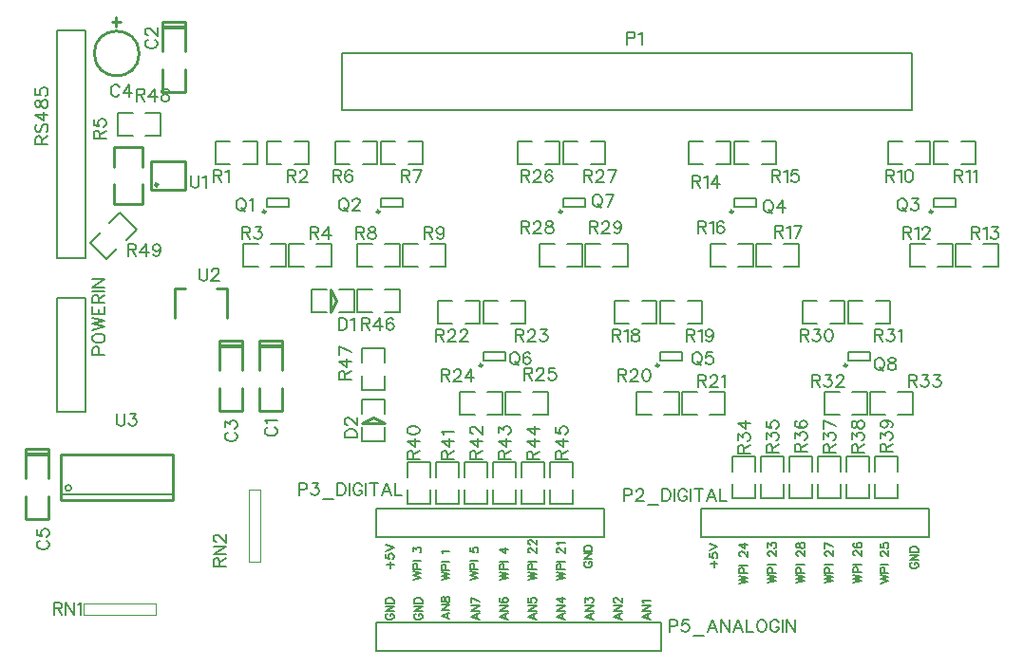
<source format=gto>
G04 ---------------------------- Layer name :TOP SILK LAYER*
G04 EasyEDA v5.8.20, Fri, 09 Nov 2018 02:12:10 GMT*
G04 afbeeaa0033d4c789317b0f66a149b2b*
G04 Gerber Generator version 0.2*
G04 Scale: 100 percent, Rotated: No, Reflected: No *
G04 Dimensions in inches *
G04 leading zeros omitted , absolute positions ,2 integer and 4 decimal *
%FSLAX24Y24*%
%MOIN*%
G90*
G70D02*

%ADD10C,0.010000*%
%ADD31C,0.008000*%
%ADD32C,0.007874*%
%ADD33C,0.007870*%
%ADD34C,0.009000*%
%ADD35C,0.013000*%
%ADD36C,0.005000*%
%ADD37C,0.004000*%
%ADD38C,0.007992*%
%ADD39C,0.009842*%
%ADD40C,0.007000*%

%LPD*%
G54D31*
G01X11300Y21500D02*
G01X11300Y19500D01*
G01X31300Y19500D01*
G01X31300Y21500D01*
G01X11300Y21500D01*
G54D32*
G01X8656Y16328D02*
G01X8656Y16090D01*
G01X9443Y16090D01*
G01X9443Y16409D01*
G01X8656Y16409D01*
G01X8656Y16328D01*
G54D33*
G01X7381Y18407D02*
G01X6861Y18407D01*
G01X6861Y17592D01*
G01X7381Y17592D01*
G01X7827Y18407D02*
G01X8347Y18407D01*
G01X8347Y17592D01*
G01X7827Y17592D01*
G01X9181Y18407D02*
G01X8661Y18407D01*
G01X8661Y17592D01*
G01X9181Y17592D01*
G01X9627Y18407D02*
G01X10147Y18407D01*
G01X10147Y17592D01*
G01X9627Y17592D01*
G01X8818Y13992D02*
G01X9338Y13992D01*
G01X9338Y14807D01*
G01X8818Y14807D01*
G01X8372Y13992D02*
G01X7852Y13992D01*
G01X7852Y14807D01*
G01X8372Y14807D01*
G01X10418Y13992D02*
G01X10938Y13992D01*
G01X10938Y14807D01*
G01X10418Y14807D01*
G01X9972Y13992D02*
G01X9452Y13992D01*
G01X9452Y14807D01*
G01X9972Y14807D01*
G54D32*
G01X12656Y16328D02*
G01X12656Y16090D01*
G01X13443Y16090D01*
G01X13443Y16409D01*
G01X12656Y16409D01*
G01X12656Y16328D01*
G54D33*
G01X11581Y18407D02*
G01X11061Y18407D01*
G01X11061Y17592D01*
G01X11581Y17592D01*
G01X12027Y18407D02*
G01X12547Y18407D01*
G01X12547Y17592D01*
G01X12027Y17592D01*
G01X13181Y18407D02*
G01X12661Y18407D01*
G01X12661Y17592D01*
G01X13181Y17592D01*
G01X13627Y18407D02*
G01X14147Y18407D01*
G01X14147Y17592D01*
G01X13627Y17592D01*
G01X12818Y13992D02*
G01X13338Y13992D01*
G01X13338Y14807D01*
G01X12818Y14807D01*
G01X12372Y13992D02*
G01X11852Y13992D01*
G01X11852Y14807D01*
G01X12372Y14807D01*
G01X14418Y13992D02*
G01X14938Y13992D01*
G01X14938Y14807D01*
G01X14418Y14807D01*
G01X13972Y13992D02*
G01X13452Y13992D01*
G01X13452Y14807D01*
G01X13972Y14807D01*
G01X32581Y18407D02*
G01X32061Y18407D01*
G01X32061Y17592D01*
G01X32581Y17592D01*
G01X33027Y18407D02*
G01X33547Y18407D01*
G01X33547Y17592D01*
G01X33027Y17592D01*
G01X32218Y13992D02*
G01X32738Y13992D01*
G01X32738Y14807D01*
G01X32218Y14807D01*
G01X31772Y13992D02*
G01X31252Y13992D01*
G01X31252Y14807D01*
G01X31772Y14807D01*
G01X25581Y18407D02*
G01X25061Y18407D01*
G01X25061Y17592D01*
G01X25581Y17592D01*
G01X26027Y18407D02*
G01X26547Y18407D01*
G01X26547Y17592D01*
G01X26027Y17592D01*
G01X25218Y13992D02*
G01X25738Y13992D01*
G01X25738Y14807D01*
G01X25218Y14807D01*
G01X24772Y13992D02*
G01X24252Y13992D01*
G01X24252Y14807D01*
G01X24772Y14807D01*
G01X22981Y12807D02*
G01X22461Y12807D01*
G01X22461Y11992D01*
G01X22981Y11992D01*
G01X23427Y12807D02*
G01X23947Y12807D01*
G01X23947Y11992D01*
G01X23427Y11992D01*
G01X22618Y8792D02*
G01X23138Y8792D01*
G01X23138Y9607D01*
G01X22618Y9607D01*
G01X22172Y8792D02*
G01X21652Y8792D01*
G01X21652Y9607D01*
G01X22172Y9607D01*
G01X16781Y12807D02*
G01X16261Y12807D01*
G01X16261Y11992D01*
G01X16781Y11992D01*
G01X17227Y12807D02*
G01X17747Y12807D01*
G01X17747Y11992D01*
G01X17227Y11992D01*
G01X16418Y8792D02*
G01X16938Y8792D01*
G01X16938Y9607D01*
G01X16418Y9607D01*
G01X15972Y8792D02*
G01X15452Y8792D01*
G01X15452Y9607D01*
G01X15972Y9607D01*
G01X19581Y18407D02*
G01X19061Y18407D01*
G01X19061Y17592D01*
G01X19581Y17592D01*
G01X20027Y18407D02*
G01X20547Y18407D01*
G01X20547Y17592D01*
G01X20027Y17592D01*
G01X19218Y13992D02*
G01X19738Y13992D01*
G01X19738Y14807D01*
G01X19218Y14807D01*
G01X18772Y13992D02*
G01X18252Y13992D01*
G01X18252Y14807D01*
G01X18772Y14807D01*
G01X29581Y12807D02*
G01X29061Y12807D01*
G01X29061Y11992D01*
G01X29581Y11992D01*
G01X30027Y12807D02*
G01X30547Y12807D01*
G01X30547Y11992D01*
G01X30027Y11992D01*
G01X29218Y8792D02*
G01X29738Y8792D01*
G01X29738Y9607D01*
G01X29218Y9607D01*
G01X28772Y8792D02*
G01X28252Y8792D01*
G01X28252Y9607D01*
G01X28772Y9607D01*
G54D32*
G01X32056Y16328D02*
G01X32056Y16090D01*
G01X32843Y16090D01*
G01X32843Y16409D01*
G01X32056Y16409D01*
G01X32056Y16328D01*
G54D33*
G01X30981Y18407D02*
G01X30461Y18407D01*
G01X30461Y17592D01*
G01X30981Y17592D01*
G01X31427Y18407D02*
G01X31947Y18407D01*
G01X31947Y17592D01*
G01X31427Y17592D01*
G01X33818Y13992D02*
G01X34338Y13992D01*
G01X34338Y14807D01*
G01X33818Y14807D01*
G01X33372Y13992D02*
G01X32852Y13992D01*
G01X32852Y14807D01*
G01X33372Y14807D01*
G54D32*
G01X25056Y16328D02*
G01X25056Y16090D01*
G01X25843Y16090D01*
G01X25843Y16409D01*
G01X25056Y16409D01*
G01X25056Y16328D01*
G54D33*
G01X23981Y18407D02*
G01X23461Y18407D01*
G01X23461Y17592D01*
G01X23981Y17592D01*
G01X24427Y18407D02*
G01X24947Y18407D01*
G01X24947Y17592D01*
G01X24427Y17592D01*
G01X26818Y13992D02*
G01X27338Y13992D01*
G01X27338Y14807D01*
G01X26818Y14807D01*
G01X26372Y13992D02*
G01X25852Y13992D01*
G01X25852Y14807D01*
G01X26372Y14807D01*
G54D32*
G01X22456Y10928D02*
G01X22456Y10690D01*
G01X23243Y10690D01*
G01X23243Y11009D01*
G01X22456Y11009D01*
G01X22456Y10928D01*
G54D33*
G01X21381Y12807D02*
G01X20861Y12807D01*
G01X20861Y11992D01*
G01X21381Y11992D01*
G01X21827Y12807D02*
G01X22347Y12807D01*
G01X22347Y11992D01*
G01X21827Y11992D01*
G01X24218Y8792D02*
G01X24738Y8792D01*
G01X24738Y9607D01*
G01X24218Y9607D01*
G01X23772Y8792D02*
G01X23252Y8792D01*
G01X23252Y9607D01*
G01X23772Y9607D01*
G54D32*
G01X16256Y10928D02*
G01X16256Y10690D01*
G01X17043Y10690D01*
G01X17043Y11009D01*
G01X16256Y11009D01*
G01X16256Y10928D01*
G54D33*
G01X15181Y12807D02*
G01X14661Y12807D01*
G01X14661Y11992D01*
G01X15181Y11992D01*
G01X15627Y12807D02*
G01X16147Y12807D01*
G01X16147Y11992D01*
G01X15627Y11992D01*
G01X18018Y8792D02*
G01X18538Y8792D01*
G01X18538Y9607D01*
G01X18018Y9607D01*
G01X17572Y8792D02*
G01X17052Y8792D01*
G01X17052Y9607D01*
G01X17572Y9607D01*
G54D32*
G01X19056Y16328D02*
G01X19056Y16090D01*
G01X19843Y16090D01*
G01X19843Y16409D01*
G01X19056Y16409D01*
G01X19056Y16328D01*
G54D33*
G01X17981Y18407D02*
G01X17461Y18407D01*
G01X17461Y17592D01*
G01X17981Y17592D01*
G01X18427Y18407D02*
G01X18947Y18407D01*
G01X18947Y17592D01*
G01X18427Y17592D01*
G01X20818Y13992D02*
G01X21338Y13992D01*
G01X21338Y14807D01*
G01X20818Y14807D01*
G01X20372Y13992D02*
G01X19852Y13992D01*
G01X19852Y14807D01*
G01X20372Y14807D01*
G54D32*
G01X29056Y10928D02*
G01X29056Y10690D01*
G01X29843Y10690D01*
G01X29843Y11009D01*
G01X29056Y11009D01*
G01X29056Y10928D01*
G54D33*
G01X27981Y12807D02*
G01X27461Y12807D01*
G01X27461Y11992D01*
G01X27981Y11992D01*
G01X28427Y12807D02*
G01X28947Y12807D01*
G01X28947Y11992D01*
G01X28427Y11992D01*
G01X30818Y8792D02*
G01X31338Y8792D01*
G01X31338Y9607D01*
G01X30818Y9607D01*
G01X30372Y8792D02*
G01X29852Y8792D01*
G01X29852Y9607D01*
G01X30372Y9607D01*
G54D10*
G01X6901Y13219D02*
G01X7256Y13219D01*
G01X7256Y12196D01*
G01X5444Y12196D02*
G01X5444Y13219D01*
G01X5798Y13219D01*
G54D34*
G01X4609Y16984D02*
G01X4609Y16688D01*
G01X5594Y16688D01*
G01X5790Y16688D01*
G01X5790Y17713D01*
G01X4609Y17713D01*
G01X4609Y16984D01*
G54D10*
G01X3300Y16900D02*
G01X3300Y16200D01*
G01X4300Y16200D01*
G01X4300Y16900D01*
G01X4300Y17500D02*
G01X4300Y18200D01*
G01X3300Y18200D01*
G01X3300Y17500D01*
G01X8419Y10369D02*
G01X8419Y11390D01*
G01X9200Y11390D01*
G01X9200Y10369D01*
G54D35*
G01X9180Y11190D02*
G01X8439Y11190D01*
G54D10*
G01X9200Y9730D02*
G01X9200Y8926D01*
G01X8411Y8926D01*
G01X8411Y9730D01*
G01X5019Y21569D02*
G01X5019Y22590D01*
G01X5800Y22590D01*
G01X5800Y21569D01*
G54D35*
G01X5780Y22390D02*
G01X5040Y22390D01*
G54D10*
G01X5800Y20930D02*
G01X5800Y20126D01*
G01X5011Y20126D01*
G01X5011Y20930D01*
G01X7019Y10369D02*
G01X7019Y11390D01*
G01X7800Y11390D01*
G01X7800Y10369D01*
G54D35*
G01X7780Y11190D02*
G01X7039Y11190D01*
G54D10*
G01X7800Y9730D02*
G01X7800Y8926D01*
G01X7011Y8926D01*
G01X7011Y9730D01*
G01X3230Y22596D02*
G01X3540Y22596D01*
G01X3380Y22436D02*
G01X3380Y22765D01*
G01X10900Y13200D02*
G01X11100Y12800D01*
G01X10900Y12400D01*
G01X10900Y13200D01*
G54D33*
G01X11218Y12392D02*
G01X11738Y12392D01*
G01X11738Y13207D01*
G01X11218Y13207D01*
G01X10772Y12392D02*
G01X10252Y12392D01*
G01X10252Y13207D01*
G01X10772Y13207D01*
G01X12818Y12392D02*
G01X13338Y12392D01*
G01X13338Y13207D01*
G01X12818Y13207D01*
G01X12372Y12392D02*
G01X11852Y12392D01*
G01X11852Y13207D01*
G01X12372Y13207D01*
G54D10*
G01X12000Y8500D02*
G01X12400Y8700D01*
G01X12800Y8500D01*
G01X12000Y8500D01*
G54D33*
G01X12807Y8819D02*
G01X12807Y9338D01*
G01X11993Y9338D01*
G01X11993Y8819D01*
G01X12807Y8373D02*
G01X12807Y7853D01*
G01X11993Y7853D01*
G01X11993Y8373D01*
G01X12807Y10619D02*
G01X12807Y11138D01*
G01X11993Y11138D01*
G01X11993Y10619D01*
G01X12807Y10173D02*
G01X12807Y9653D01*
G01X11993Y9653D01*
G01X11993Y10173D01*
G54D36*
G01X1430Y6009D02*
G01X5369Y6009D01*
G54D10*
G01X1430Y7386D02*
G01X5369Y7386D01*
G01X5369Y7386D02*
G01X5369Y5813D01*
G01X5369Y5813D02*
G01X1430Y5813D01*
G01X1430Y5813D02*
G01X1430Y7386D01*
G54D37*
G01X8443Y6157D02*
G01X8443Y3638D01*
G01X8048Y3638D01*
G01X8048Y6157D01*
G01X8443Y6157D01*
G54D10*
G01X219Y6569D02*
G01X219Y7590D01*
G01X1000Y7590D01*
G01X1000Y6569D01*
G54D35*
G01X980Y7390D02*
G01X240Y7390D01*
G54D10*
G01X1000Y5930D02*
G01X1000Y5126D01*
G01X211Y5126D01*
G01X211Y5930D01*
G54D31*
G01X2300Y8900D02*
G01X1300Y8900D01*
G01X1300Y12900D01*
G01X2300Y12900D01*
G01X2300Y12150D01*
G54D38*
G01X2300Y8900D02*
G01X2300Y12150D01*
G54D31*
G01X1300Y22300D02*
G01X2300Y22300D01*
G01X2300Y14300D01*
G01X1300Y14300D01*
G01X1300Y15050D01*
G54D38*
G01X1300Y22300D02*
G01X1300Y15050D01*
G54D31*
G01X21750Y500D02*
G01X22500Y500D01*
G01X22500Y1500D01*
G01X12500Y1500D01*
G01X12500Y500D01*
G54D38*
G01X12500Y500D02*
G01X21750Y500D01*
G54D31*
G01X31900Y5500D02*
G01X31900Y4500D01*
G01X23900Y4500D01*
G01X23900Y5500D01*
G01X24650Y5500D01*
G54D38*
G01X31900Y5500D02*
G01X24650Y5500D01*
G54D31*
G01X20500Y5500D02*
G01X20500Y4500D01*
G01X12500Y4500D01*
G01X12500Y5500D01*
G01X13250Y5500D01*
G54D38*
G01X20500Y5500D02*
G01X13250Y5500D01*
G54D33*
G01X25807Y6817D02*
G01X25807Y7338D01*
G01X24993Y7338D01*
G01X24993Y6817D01*
G01X25807Y6373D02*
G01X25807Y5853D01*
G01X24993Y5853D01*
G01X24993Y6373D01*
G01X26807Y6817D02*
G01X26807Y7338D01*
G01X25993Y7338D01*
G01X25993Y6817D01*
G01X26807Y6373D02*
G01X26807Y5853D01*
G01X25993Y5853D01*
G01X25993Y6373D01*
G01X27807Y6817D02*
G01X27807Y7338D01*
G01X26993Y7338D01*
G01X26993Y6817D01*
G01X27807Y6373D02*
G01X27807Y5853D01*
G01X26993Y5853D01*
G01X26993Y6373D01*
G01X28807Y6817D02*
G01X28807Y7338D01*
G01X27993Y7338D01*
G01X27993Y6817D01*
G01X28807Y6373D02*
G01X28807Y5853D01*
G01X27993Y5853D01*
G01X27993Y6373D01*
G01X29807Y6817D02*
G01X29807Y7338D01*
G01X28993Y7338D01*
G01X28993Y6817D01*
G01X29807Y6373D02*
G01X29807Y5853D01*
G01X28993Y5853D01*
G01X28993Y6373D01*
G01X30807Y6817D02*
G01X30807Y7338D01*
G01X29993Y7338D01*
G01X29993Y6817D01*
G01X30807Y6373D02*
G01X30807Y5853D01*
G01X29993Y5853D01*
G01X29993Y6373D01*
G01X14407Y6617D02*
G01X14407Y7138D01*
G01X13593Y7138D01*
G01X13593Y6617D01*
G01X14407Y6173D02*
G01X14407Y5653D01*
G01X13593Y5653D01*
G01X13593Y6173D01*
G01X15407Y6617D02*
G01X15407Y7138D01*
G01X14593Y7138D01*
G01X14593Y6617D01*
G01X15407Y6173D02*
G01X15407Y5653D01*
G01X14593Y5653D01*
G01X14593Y6173D01*
G01X16407Y6617D02*
G01X16407Y7138D01*
G01X15593Y7138D01*
G01X15593Y6617D01*
G01X16407Y6173D02*
G01X16407Y5653D01*
G01X15593Y5653D01*
G01X15593Y6173D01*
G01X17407Y6617D02*
G01X17407Y7138D01*
G01X16593Y7138D01*
G01X16593Y6617D01*
G01X17407Y6173D02*
G01X17407Y5653D01*
G01X16593Y5653D01*
G01X16593Y6173D01*
G01X18407Y6617D02*
G01X18407Y7138D01*
G01X17593Y7138D01*
G01X17593Y6617D01*
G01X18407Y6173D02*
G01X18407Y5653D01*
G01X17593Y5653D01*
G01X17593Y6173D01*
G01X19407Y6617D02*
G01X19407Y7138D01*
G01X18593Y7138D01*
G01X18593Y6617D01*
G01X19407Y6173D02*
G01X19407Y5653D01*
G01X18593Y5653D01*
G01X18593Y6173D01*
G54D37*
G01X4757Y1757D02*
G01X2238Y1757D01*
G01X2238Y2151D01*
G01X4757Y2151D01*
G01X4757Y1757D01*
G54D33*
G01X4418Y18592D02*
G01X4938Y18592D01*
G01X4938Y19407D01*
G01X4418Y19407D01*
G01X3972Y18592D02*
G01X3453Y18592D01*
G01X3453Y19407D01*
G01X3972Y19407D01*
G01X3725Y14949D02*
G01X4092Y15316D01*
G01X3516Y15892D01*
G01X3149Y15525D01*
G01X3410Y14634D02*
G01X3042Y14266D01*
G01X2466Y14842D01*
G01X2834Y15210D01*
G54D40*
G01X21300Y22244D02*
G01X21300Y21815D01*
G01X21300Y22244D02*
G01X21484Y22244D01*
G01X21544Y22225D01*
G01X21565Y22205D01*
G01X21585Y22163D01*
G01X21585Y22102D01*
G01X21565Y22061D01*
G01X21544Y22040D01*
G01X21484Y22019D01*
G01X21300Y22019D01*
G01X21721Y22163D02*
G01X21761Y22184D01*
G01X21823Y22244D01*
G01X21823Y21815D01*
G01X7722Y16400D02*
G01X7681Y16380D01*
G01X7640Y16338D01*
G01X7619Y16298D01*
G01X7600Y16236D01*
G01X7600Y16134D01*
G01X7619Y16073D01*
G01X7640Y16032D01*
G01X7681Y15990D01*
G01X7722Y15971D01*
G01X7805Y15971D01*
G01X7844Y15990D01*
G01X7885Y16032D01*
G01X7906Y16073D01*
G01X7927Y16134D01*
G01X7927Y16236D01*
G01X7906Y16298D01*
G01X7885Y16338D01*
G01X7844Y16380D01*
G01X7805Y16400D01*
G01X7722Y16400D01*
G01X7784Y16053D02*
G01X7906Y15930D01*
G01X8061Y16319D02*
G01X8102Y16338D01*
G01X8164Y16400D01*
G01X8164Y15971D01*
G01X6800Y17400D02*
G01X6800Y16971D01*
G01X6800Y17400D02*
G01X6984Y17400D01*
G01X7044Y17380D01*
G01X7065Y17359D01*
G01X7085Y17319D01*
G01X7085Y17278D01*
G01X7065Y17236D01*
G01X7044Y17215D01*
G01X6984Y17196D01*
G01X6800Y17196D01*
G01X6943Y17196D02*
G01X7085Y16971D01*
G01X7221Y17319D02*
G01X7261Y17338D01*
G01X7323Y17400D01*
G01X7323Y16971D01*
G01X9400Y17400D02*
G01X9400Y16971D01*
G01X9400Y17400D02*
G01X9584Y17400D01*
G01X9644Y17380D01*
G01X9665Y17359D01*
G01X9685Y17319D01*
G01X9685Y17278D01*
G01X9665Y17236D01*
G01X9644Y17215D01*
G01X9584Y17196D01*
G01X9400Y17196D01*
G01X9543Y17196D02*
G01X9685Y16971D01*
G01X9842Y17298D02*
G01X9842Y17319D01*
G01X9861Y17359D01*
G01X9882Y17380D01*
G01X9923Y17400D01*
G01X10005Y17400D01*
G01X10046Y17380D01*
G01X10067Y17359D01*
G01X10086Y17319D01*
G01X10086Y17278D01*
G01X10067Y17236D01*
G01X10026Y17175D01*
G01X9821Y16971D01*
G01X10107Y16971D01*
G01X7800Y15400D02*
G01X7800Y14971D01*
G01X7800Y15400D02*
G01X7984Y15400D01*
G01X8044Y15380D01*
G01X8065Y15359D01*
G01X8085Y15319D01*
G01X8085Y15278D01*
G01X8065Y15236D01*
G01X8044Y15215D01*
G01X7984Y15196D01*
G01X7800Y15196D01*
G01X7943Y15196D02*
G01X8085Y14971D01*
G01X8261Y15400D02*
G01X8486Y15400D01*
G01X8364Y15236D01*
G01X8426Y15236D01*
G01X8467Y15215D01*
G01X8486Y15196D01*
G01X8507Y15134D01*
G01X8507Y15094D01*
G01X8486Y15032D01*
G01X8446Y14990D01*
G01X8385Y14971D01*
G01X8323Y14971D01*
G01X8261Y14990D01*
G01X8242Y15011D01*
G01X8221Y15053D01*
G01X10200Y15400D02*
G01X10200Y14971D01*
G01X10200Y15400D02*
G01X10384Y15400D01*
G01X10444Y15380D01*
G01X10465Y15359D01*
G01X10485Y15319D01*
G01X10485Y15278D01*
G01X10465Y15236D01*
G01X10444Y15215D01*
G01X10384Y15196D01*
G01X10200Y15196D01*
G01X10343Y15196D02*
G01X10485Y14971D01*
G01X10826Y15400D02*
G01X10621Y15113D01*
G01X10927Y15113D01*
G01X10826Y15400D02*
G01X10826Y14971D01*
G01X11322Y16400D02*
G01X11281Y16380D01*
G01X11240Y16338D01*
G01X11219Y16298D01*
G01X11200Y16236D01*
G01X11200Y16134D01*
G01X11219Y16073D01*
G01X11240Y16032D01*
G01X11281Y15990D01*
G01X11322Y15971D01*
G01X11405Y15971D01*
G01X11444Y15990D01*
G01X11485Y16032D01*
G01X11506Y16073D01*
G01X11527Y16134D01*
G01X11527Y16236D01*
G01X11506Y16298D01*
G01X11485Y16338D01*
G01X11444Y16380D01*
G01X11405Y16400D01*
G01X11322Y16400D01*
G01X11384Y16053D02*
G01X11506Y15930D01*
G01X11682Y16298D02*
G01X11682Y16319D01*
G01X11702Y16359D01*
G01X11723Y16380D01*
G01X11764Y16400D01*
G01X11846Y16400D01*
G01X11886Y16380D01*
G01X11907Y16359D01*
G01X11927Y16319D01*
G01X11927Y16278D01*
G01X11907Y16236D01*
G01X11867Y16175D01*
G01X11661Y15971D01*
G01X11948Y15971D01*
G01X11000Y17400D02*
G01X11000Y16971D01*
G01X11000Y17400D02*
G01X11184Y17400D01*
G01X11244Y17380D01*
G01X11265Y17359D01*
G01X11285Y17319D01*
G01X11285Y17278D01*
G01X11265Y17236D01*
G01X11244Y17215D01*
G01X11184Y17196D01*
G01X11000Y17196D01*
G01X11143Y17196D02*
G01X11285Y16971D01*
G01X11667Y17338D02*
G01X11646Y17380D01*
G01X11585Y17400D01*
G01X11543Y17400D01*
G01X11482Y17380D01*
G01X11442Y17319D01*
G01X11421Y17215D01*
G01X11421Y17113D01*
G01X11442Y17032D01*
G01X11482Y16990D01*
G01X11543Y16971D01*
G01X11564Y16971D01*
G01X11626Y16990D01*
G01X11667Y17032D01*
G01X11686Y17094D01*
G01X11686Y17113D01*
G01X11667Y17175D01*
G01X11626Y17215D01*
G01X11564Y17236D01*
G01X11543Y17236D01*
G01X11482Y17215D01*
G01X11442Y17175D01*
G01X11421Y17113D01*
G01X13400Y17400D02*
G01X13400Y16971D01*
G01X13400Y17400D02*
G01X13584Y17400D01*
G01X13644Y17380D01*
G01X13665Y17359D01*
G01X13685Y17319D01*
G01X13685Y17278D01*
G01X13665Y17236D01*
G01X13644Y17215D01*
G01X13584Y17196D01*
G01X13400Y17196D01*
G01X13543Y17196D02*
G01X13685Y16971D01*
G01X14107Y17400D02*
G01X13902Y16971D01*
G01X13821Y17400D02*
G01X14107Y17400D01*
G01X11800Y15400D02*
G01X11800Y14971D01*
G01X11800Y15400D02*
G01X11984Y15400D01*
G01X12044Y15380D01*
G01X12065Y15359D01*
G01X12085Y15319D01*
G01X12085Y15278D01*
G01X12065Y15236D01*
G01X12044Y15215D01*
G01X11984Y15196D01*
G01X11800Y15196D01*
G01X11943Y15196D02*
G01X12085Y14971D01*
G01X12323Y15400D02*
G01X12261Y15380D01*
G01X12242Y15338D01*
G01X12242Y15298D01*
G01X12261Y15257D01*
G01X12302Y15236D01*
G01X12385Y15215D01*
G01X12446Y15196D01*
G01X12486Y15155D01*
G01X12507Y15113D01*
G01X12507Y15053D01*
G01X12486Y15011D01*
G01X12467Y14990D01*
G01X12405Y14971D01*
G01X12323Y14971D01*
G01X12261Y14990D01*
G01X12242Y15011D01*
G01X12221Y15053D01*
G01X12221Y15113D01*
G01X12242Y15155D01*
G01X12282Y15196D01*
G01X12343Y15215D01*
G01X12426Y15236D01*
G01X12467Y15257D01*
G01X12486Y15298D01*
G01X12486Y15338D01*
G01X12467Y15380D01*
G01X12405Y15400D01*
G01X12323Y15400D01*
G01X14200Y15400D02*
G01X14200Y14971D01*
G01X14200Y15400D02*
G01X14384Y15400D01*
G01X14444Y15380D01*
G01X14465Y15359D01*
G01X14485Y15319D01*
G01X14485Y15278D01*
G01X14465Y15236D01*
G01X14444Y15215D01*
G01X14384Y15196D01*
G01X14200Y15196D01*
G01X14343Y15196D02*
G01X14485Y14971D01*
G01X14886Y15257D02*
G01X14867Y15196D01*
G01X14826Y15155D01*
G01X14764Y15134D01*
G01X14743Y15134D01*
G01X14682Y15155D01*
G01X14642Y15196D01*
G01X14621Y15257D01*
G01X14621Y15278D01*
G01X14642Y15338D01*
G01X14682Y15380D01*
G01X14743Y15400D01*
G01X14764Y15400D01*
G01X14826Y15380D01*
G01X14867Y15338D01*
G01X14886Y15257D01*
G01X14886Y15155D01*
G01X14867Y15053D01*
G01X14826Y14990D01*
G01X14764Y14971D01*
G01X14723Y14971D01*
G01X14661Y14990D01*
G01X14642Y15032D01*
G01X32800Y17400D02*
G01X32800Y16971D01*
G01X32800Y17400D02*
G01X32984Y17400D01*
G01X33044Y17380D01*
G01X33065Y17359D01*
G01X33085Y17319D01*
G01X33085Y17278D01*
G01X33065Y17236D01*
G01X33044Y17215D01*
G01X32984Y17196D01*
G01X32800Y17196D01*
G01X32943Y17196D02*
G01X33085Y16971D01*
G01X33221Y17319D02*
G01X33261Y17338D01*
G01X33323Y17400D01*
G01X33323Y16971D01*
G01X33459Y17319D02*
G01X33500Y17338D01*
G01X33560Y17400D01*
G01X33560Y16971D01*
G01X31000Y15400D02*
G01X31000Y14971D01*
G01X31000Y15400D02*
G01X31184Y15400D01*
G01X31244Y15380D01*
G01X31265Y15359D01*
G01X31285Y15319D01*
G01X31285Y15278D01*
G01X31265Y15236D01*
G01X31244Y15215D01*
G01X31184Y15196D01*
G01X31000Y15196D01*
G01X31143Y15196D02*
G01X31285Y14971D01*
G01X31421Y15319D02*
G01X31461Y15338D01*
G01X31523Y15400D01*
G01X31523Y14971D01*
G01X31678Y15298D02*
G01X31678Y15319D01*
G01X31700Y15359D01*
G01X31719Y15380D01*
G01X31760Y15400D01*
G01X31843Y15400D01*
G01X31884Y15380D01*
G01X31903Y15359D01*
G01X31925Y15319D01*
G01X31925Y15278D01*
G01X31903Y15236D01*
G01X31863Y15175D01*
G01X31659Y14971D01*
G01X31944Y14971D01*
G01X26400Y17400D02*
G01X26400Y16971D01*
G01X26400Y17400D02*
G01X26584Y17400D01*
G01X26644Y17380D01*
G01X26665Y17359D01*
G01X26685Y17319D01*
G01X26685Y17278D01*
G01X26665Y17236D01*
G01X26644Y17215D01*
G01X26584Y17196D01*
G01X26400Y17196D01*
G01X26543Y17196D02*
G01X26685Y16971D01*
G01X26821Y17319D02*
G01X26861Y17338D01*
G01X26923Y17400D01*
G01X26923Y16971D01*
G01X27303Y17400D02*
G01X27100Y17400D01*
G01X27078Y17215D01*
G01X27100Y17236D01*
G01X27160Y17257D01*
G01X27222Y17257D01*
G01X27284Y17236D01*
G01X27325Y17196D01*
G01X27344Y17134D01*
G01X27344Y17094D01*
G01X27325Y17032D01*
G01X27284Y16990D01*
G01X27222Y16971D01*
G01X27160Y16971D01*
G01X27100Y16990D01*
G01X27078Y17011D01*
G01X27059Y17053D01*
G01X23800Y15600D02*
G01X23800Y15171D01*
G01X23800Y15600D02*
G01X23984Y15600D01*
G01X24044Y15580D01*
G01X24065Y15559D01*
G01X24085Y15519D01*
G01X24085Y15478D01*
G01X24065Y15436D01*
G01X24044Y15415D01*
G01X23984Y15396D01*
G01X23800Y15396D01*
G01X23943Y15396D02*
G01X24085Y15171D01*
G01X24221Y15519D02*
G01X24261Y15538D01*
G01X24323Y15600D01*
G01X24323Y15171D01*
G01X24703Y15538D02*
G01X24684Y15580D01*
G01X24622Y15600D01*
G01X24581Y15600D01*
G01X24519Y15580D01*
G01X24478Y15519D01*
G01X24459Y15415D01*
G01X24459Y15313D01*
G01X24478Y15232D01*
G01X24519Y15190D01*
G01X24581Y15171D01*
G01X24602Y15171D01*
G01X24663Y15190D01*
G01X24703Y15232D01*
G01X24725Y15294D01*
G01X24725Y15313D01*
G01X24703Y15375D01*
G01X24663Y15415D01*
G01X24602Y15436D01*
G01X24581Y15436D01*
G01X24519Y15415D01*
G01X24478Y15375D01*
G01X24459Y15313D01*
G01X23400Y11800D02*
G01X23400Y11371D01*
G01X23400Y11800D02*
G01X23584Y11800D01*
G01X23644Y11780D01*
G01X23665Y11759D01*
G01X23685Y11719D01*
G01X23685Y11678D01*
G01X23665Y11636D01*
G01X23644Y11615D01*
G01X23584Y11596D01*
G01X23400Y11596D01*
G01X23543Y11596D02*
G01X23685Y11371D01*
G01X23821Y11719D02*
G01X23861Y11738D01*
G01X23923Y11800D01*
G01X23923Y11371D01*
G01X24325Y11657D02*
G01X24303Y11596D01*
G01X24263Y11555D01*
G01X24202Y11534D01*
G01X24181Y11534D01*
G01X24119Y11555D01*
G01X24078Y11596D01*
G01X24059Y11657D01*
G01X24059Y11678D01*
G01X24078Y11738D01*
G01X24119Y11780D01*
G01X24181Y11800D01*
G01X24202Y11800D01*
G01X24263Y11780D01*
G01X24303Y11738D01*
G01X24325Y11657D01*
G01X24325Y11555D01*
G01X24303Y11453D01*
G01X24263Y11390D01*
G01X24202Y11371D01*
G01X24160Y11371D01*
G01X24100Y11390D01*
G01X24078Y11432D01*
G01X21000Y10400D02*
G01X21000Y9971D01*
G01X21000Y10400D02*
G01X21184Y10400D01*
G01X21244Y10380D01*
G01X21265Y10359D01*
G01X21285Y10319D01*
G01X21285Y10278D01*
G01X21265Y10236D01*
G01X21244Y10215D01*
G01X21184Y10196D01*
G01X21000Y10196D01*
G01X21143Y10196D02*
G01X21285Y9971D01*
G01X21442Y10298D02*
G01X21442Y10319D01*
G01X21461Y10359D01*
G01X21482Y10380D01*
G01X21523Y10400D01*
G01X21605Y10400D01*
G01X21646Y10380D01*
G01X21667Y10359D01*
G01X21686Y10319D01*
G01X21686Y10278D01*
G01X21667Y10236D01*
G01X21626Y10175D01*
G01X21421Y9971D01*
G01X21707Y9971D01*
G01X21964Y10400D02*
G01X21903Y10380D01*
G01X21863Y10319D01*
G01X21843Y10215D01*
G01X21843Y10155D01*
G01X21863Y10053D01*
G01X21903Y9990D01*
G01X21964Y9971D01*
G01X22006Y9971D01*
G01X22068Y9990D01*
G01X22109Y10053D01*
G01X22128Y10155D01*
G01X22128Y10215D01*
G01X22109Y10319D01*
G01X22068Y10380D01*
G01X22006Y10400D01*
G01X21964Y10400D01*
G01X17400Y11800D02*
G01X17400Y11371D01*
G01X17400Y11800D02*
G01X17584Y11800D01*
G01X17644Y11780D01*
G01X17665Y11759D01*
G01X17685Y11719D01*
G01X17685Y11678D01*
G01X17665Y11636D01*
G01X17644Y11615D01*
G01X17584Y11596D01*
G01X17400Y11596D01*
G01X17543Y11596D02*
G01X17685Y11371D01*
G01X17842Y11698D02*
G01X17842Y11719D01*
G01X17861Y11759D01*
G01X17882Y11780D01*
G01X17923Y11800D01*
G01X18005Y11800D01*
G01X18046Y11780D01*
G01X18067Y11759D01*
G01X18086Y11719D01*
G01X18086Y11678D01*
G01X18067Y11636D01*
G01X18026Y11575D01*
G01X17821Y11371D01*
G01X18107Y11371D01*
G01X18284Y11800D02*
G01X18509Y11800D01*
G01X18385Y11636D01*
G01X18447Y11636D01*
G01X18488Y11615D01*
G01X18509Y11596D01*
G01X18528Y11534D01*
G01X18528Y11494D01*
G01X18509Y11432D01*
G01X18468Y11390D01*
G01X18406Y11371D01*
G01X18344Y11371D01*
G01X18284Y11390D01*
G01X18263Y11411D01*
G01X18243Y11453D01*
G01X14800Y10400D02*
G01X14800Y9971D01*
G01X14800Y10400D02*
G01X14984Y10400D01*
G01X15044Y10380D01*
G01X15065Y10359D01*
G01X15085Y10319D01*
G01X15085Y10278D01*
G01X15065Y10236D01*
G01X15044Y10215D01*
G01X14984Y10196D01*
G01X14800Y10196D01*
G01X14943Y10196D02*
G01X15085Y9971D01*
G01X15242Y10298D02*
G01X15242Y10319D01*
G01X15261Y10359D01*
G01X15282Y10380D01*
G01X15323Y10400D01*
G01X15405Y10400D01*
G01X15446Y10380D01*
G01X15467Y10359D01*
G01X15486Y10319D01*
G01X15486Y10278D01*
G01X15467Y10236D01*
G01X15426Y10175D01*
G01X15221Y9971D01*
G01X15507Y9971D01*
G01X15847Y10400D02*
G01X15643Y10113D01*
G01X15950Y10113D01*
G01X15847Y10400D02*
G01X15847Y9971D01*
G01X19800Y17400D02*
G01X19800Y16971D01*
G01X19800Y17400D02*
G01X19984Y17400D01*
G01X20044Y17380D01*
G01X20065Y17359D01*
G01X20085Y17319D01*
G01X20085Y17278D01*
G01X20065Y17236D01*
G01X20044Y17215D01*
G01X19984Y17196D01*
G01X19800Y17196D01*
G01X19943Y17196D02*
G01X20085Y16971D01*
G01X20242Y17298D02*
G01X20242Y17319D01*
G01X20261Y17359D01*
G01X20282Y17380D01*
G01X20323Y17400D01*
G01X20405Y17400D01*
G01X20446Y17380D01*
G01X20467Y17359D01*
G01X20486Y17319D01*
G01X20486Y17278D01*
G01X20467Y17236D01*
G01X20426Y17175D01*
G01X20221Y16971D01*
G01X20507Y16971D01*
G01X20928Y17400D02*
G01X20725Y16971D01*
G01X20643Y17400D02*
G01X20928Y17400D01*
G01X17600Y15600D02*
G01X17600Y15171D01*
G01X17600Y15600D02*
G01X17784Y15600D01*
G01X17844Y15580D01*
G01X17865Y15559D01*
G01X17885Y15519D01*
G01X17885Y15478D01*
G01X17865Y15436D01*
G01X17844Y15415D01*
G01X17784Y15396D01*
G01X17600Y15396D01*
G01X17743Y15396D02*
G01X17885Y15171D01*
G01X18042Y15498D02*
G01X18042Y15519D01*
G01X18061Y15559D01*
G01X18082Y15580D01*
G01X18123Y15600D01*
G01X18205Y15600D01*
G01X18246Y15580D01*
G01X18267Y15559D01*
G01X18286Y15519D01*
G01X18286Y15478D01*
G01X18267Y15436D01*
G01X18226Y15375D01*
G01X18021Y15171D01*
G01X18307Y15171D01*
G01X18544Y15600D02*
G01X18484Y15580D01*
G01X18463Y15538D01*
G01X18463Y15498D01*
G01X18484Y15457D01*
G01X18525Y15436D01*
G01X18606Y15415D01*
G01X18668Y15396D01*
G01X18709Y15355D01*
G01X18728Y15313D01*
G01X18728Y15253D01*
G01X18709Y15211D01*
G01X18688Y15190D01*
G01X18627Y15171D01*
G01X18544Y15171D01*
G01X18484Y15190D01*
G01X18463Y15211D01*
G01X18443Y15253D01*
G01X18443Y15313D01*
G01X18463Y15355D01*
G01X18503Y15396D01*
G01X18564Y15415D01*
G01X18647Y15436D01*
G01X18688Y15457D01*
G01X18709Y15498D01*
G01X18709Y15538D01*
G01X18688Y15580D01*
G01X18627Y15600D01*
G01X18544Y15600D01*
G01X30000Y11800D02*
G01X30000Y11371D01*
G01X30000Y11800D02*
G01X30184Y11800D01*
G01X30244Y11780D01*
G01X30265Y11759D01*
G01X30285Y11719D01*
G01X30285Y11678D01*
G01X30265Y11636D01*
G01X30244Y11615D01*
G01X30184Y11596D01*
G01X30000Y11596D01*
G01X30143Y11596D02*
G01X30285Y11371D01*
G01X30461Y11800D02*
G01X30686Y11800D01*
G01X30564Y11636D01*
G01X30626Y11636D01*
G01X30667Y11615D01*
G01X30686Y11596D01*
G01X30707Y11534D01*
G01X30707Y11494D01*
G01X30686Y11432D01*
G01X30646Y11390D01*
G01X30585Y11371D01*
G01X30523Y11371D01*
G01X30461Y11390D01*
G01X30442Y11411D01*
G01X30421Y11453D01*
G01X30843Y11719D02*
G01X30884Y11738D01*
G01X30944Y11800D01*
G01X30944Y11371D01*
G01X27800Y10200D02*
G01X27800Y9771D01*
G01X27800Y10200D02*
G01X27984Y10200D01*
G01X28044Y10180D01*
G01X28065Y10159D01*
G01X28085Y10119D01*
G01X28085Y10078D01*
G01X28065Y10036D01*
G01X28044Y10015D01*
G01X27984Y9996D01*
G01X27800Y9996D01*
G01X27943Y9996D02*
G01X28085Y9771D01*
G01X28261Y10200D02*
G01X28486Y10200D01*
G01X28364Y10036D01*
G01X28426Y10036D01*
G01X28467Y10015D01*
G01X28486Y9996D01*
G01X28507Y9934D01*
G01X28507Y9894D01*
G01X28486Y9832D01*
G01X28446Y9790D01*
G01X28385Y9771D01*
G01X28323Y9771D01*
G01X28261Y9790D01*
G01X28242Y9811D01*
G01X28221Y9853D01*
G01X28663Y10098D02*
G01X28663Y10119D01*
G01X28684Y10159D01*
G01X28703Y10180D01*
G01X28744Y10200D01*
G01X28827Y10200D01*
G01X28868Y10180D01*
G01X28888Y10159D01*
G01X28909Y10119D01*
G01X28909Y10078D01*
G01X28888Y10036D01*
G01X28847Y9975D01*
G01X28643Y9771D01*
G01X28928Y9771D01*
G01X30922Y16400D02*
G01X30881Y16380D01*
G01X30840Y16338D01*
G01X30819Y16298D01*
G01X30800Y16236D01*
G01X30800Y16134D01*
G01X30819Y16073D01*
G01X30840Y16032D01*
G01X30881Y15990D01*
G01X30922Y15971D01*
G01X31005Y15971D01*
G01X31044Y15990D01*
G01X31085Y16032D01*
G01X31106Y16073D01*
G01X31127Y16134D01*
G01X31127Y16236D01*
G01X31106Y16298D01*
G01X31085Y16338D01*
G01X31044Y16380D01*
G01X31005Y16400D01*
G01X30922Y16400D01*
G01X30984Y16053D02*
G01X31106Y15930D01*
G01X31302Y16400D02*
G01X31527Y16400D01*
G01X31405Y16236D01*
G01X31467Y16236D01*
G01X31507Y16215D01*
G01X31527Y16196D01*
G01X31548Y16134D01*
G01X31548Y16094D01*
G01X31527Y16032D01*
G01X31486Y15990D01*
G01X31426Y15971D01*
G01X31364Y15971D01*
G01X31302Y15990D01*
G01X31282Y16011D01*
G01X31261Y16053D01*
G01X30400Y17400D02*
G01X30400Y16971D01*
G01X30400Y17400D02*
G01X30584Y17400D01*
G01X30644Y17380D01*
G01X30665Y17359D01*
G01X30685Y17319D01*
G01X30685Y17278D01*
G01X30665Y17236D01*
G01X30644Y17215D01*
G01X30584Y17196D01*
G01X30400Y17196D01*
G01X30543Y17196D02*
G01X30685Y16971D01*
G01X30821Y17319D02*
G01X30861Y17338D01*
G01X30923Y17400D01*
G01X30923Y16971D01*
G01X31181Y17400D02*
G01X31119Y17380D01*
G01X31078Y17319D01*
G01X31059Y17215D01*
G01X31059Y17155D01*
G01X31078Y17053D01*
G01X31119Y16990D01*
G01X31181Y16971D01*
G01X31222Y16971D01*
G01X31284Y16990D01*
G01X31325Y17053D01*
G01X31344Y17155D01*
G01X31344Y17215D01*
G01X31325Y17319D01*
G01X31284Y17380D01*
G01X31222Y17400D01*
G01X31181Y17400D01*
G01X33400Y15400D02*
G01X33400Y14971D01*
G01X33400Y15400D02*
G01X33584Y15400D01*
G01X33644Y15380D01*
G01X33665Y15359D01*
G01X33685Y15319D01*
G01X33685Y15278D01*
G01X33665Y15236D01*
G01X33644Y15215D01*
G01X33584Y15196D01*
G01X33400Y15196D01*
G01X33543Y15196D02*
G01X33685Y14971D01*
G01X33821Y15319D02*
G01X33861Y15338D01*
G01X33923Y15400D01*
G01X33923Y14971D01*
G01X34100Y15400D02*
G01X34325Y15400D01*
G01X34202Y15236D01*
G01X34263Y15236D01*
G01X34304Y15215D01*
G01X34325Y15196D01*
G01X34344Y15134D01*
G01X34344Y15094D01*
G01X34325Y15032D01*
G01X34284Y14990D01*
G01X34222Y14971D01*
G01X34160Y14971D01*
G01X34100Y14990D01*
G01X34079Y15011D01*
G01X34059Y15053D01*
G01X26222Y16344D02*
G01X26181Y16325D01*
G01X26140Y16284D01*
G01X26119Y16242D01*
G01X26100Y16182D01*
G01X26100Y16080D01*
G01X26119Y16017D01*
G01X26140Y15976D01*
G01X26181Y15936D01*
G01X26222Y15915D01*
G01X26305Y15915D01*
G01X26344Y15936D01*
G01X26385Y15976D01*
G01X26406Y16017D01*
G01X26427Y16080D01*
G01X26427Y16182D01*
G01X26406Y16242D01*
G01X26385Y16284D01*
G01X26344Y16325D01*
G01X26305Y16344D01*
G01X26222Y16344D01*
G01X26284Y15998D02*
G01X26406Y15875D01*
G01X26767Y16344D02*
G01X26561Y16059D01*
G01X26868Y16059D01*
G01X26767Y16344D02*
G01X26767Y15915D01*
G01X23600Y17200D02*
G01X23600Y16771D01*
G01X23600Y17200D02*
G01X23784Y17200D01*
G01X23844Y17180D01*
G01X23865Y17159D01*
G01X23885Y17119D01*
G01X23885Y17078D01*
G01X23865Y17036D01*
G01X23844Y17015D01*
G01X23784Y16996D01*
G01X23600Y16996D01*
G01X23743Y16996D02*
G01X23885Y16771D01*
G01X24021Y17119D02*
G01X24061Y17138D01*
G01X24123Y17200D01*
G01X24123Y16771D01*
G01X24463Y17200D02*
G01X24259Y16913D01*
G01X24564Y16913D01*
G01X24463Y17200D02*
G01X24463Y16771D01*
G01X26500Y15444D02*
G01X26500Y15015D01*
G01X26500Y15444D02*
G01X26684Y15444D01*
G01X26744Y15425D01*
G01X26765Y15405D01*
G01X26785Y15363D01*
G01X26785Y15323D01*
G01X26765Y15282D01*
G01X26744Y15261D01*
G01X26684Y15240D01*
G01X26500Y15240D01*
G01X26643Y15240D02*
G01X26785Y15015D01*
G01X26921Y15363D02*
G01X26961Y15384D01*
G01X27023Y15444D01*
G01X27023Y15015D01*
G01X27444Y15444D02*
G01X27239Y15015D01*
G01X27159Y15444D02*
G01X27444Y15444D01*
G01X23722Y11000D02*
G01X23681Y10980D01*
G01X23640Y10938D01*
G01X23619Y10898D01*
G01X23600Y10836D01*
G01X23600Y10734D01*
G01X23619Y10673D01*
G01X23640Y10632D01*
G01X23681Y10590D01*
G01X23722Y10571D01*
G01X23805Y10571D01*
G01X23844Y10590D01*
G01X23885Y10632D01*
G01X23906Y10673D01*
G01X23927Y10734D01*
G01X23927Y10836D01*
G01X23906Y10898D01*
G01X23885Y10938D01*
G01X23844Y10980D01*
G01X23805Y11000D01*
G01X23722Y11000D01*
G01X23784Y10653D02*
G01X23906Y10530D01*
G01X24307Y11000D02*
G01X24102Y11000D01*
G01X24082Y10815D01*
G01X24102Y10836D01*
G01X24164Y10857D01*
G01X24226Y10857D01*
G01X24286Y10836D01*
G01X24327Y10796D01*
G01X24348Y10734D01*
G01X24348Y10694D01*
G01X24327Y10632D01*
G01X24286Y10590D01*
G01X24226Y10571D01*
G01X24164Y10571D01*
G01X24102Y10590D01*
G01X24082Y10611D01*
G01X24061Y10653D01*
G01X20800Y11800D02*
G01X20800Y11371D01*
G01X20800Y11800D02*
G01X20984Y11800D01*
G01X21044Y11780D01*
G01X21065Y11759D01*
G01X21085Y11719D01*
G01X21085Y11678D01*
G01X21065Y11636D01*
G01X21044Y11615D01*
G01X20984Y11596D01*
G01X20800Y11596D01*
G01X20943Y11596D02*
G01X21085Y11371D01*
G01X21221Y11719D02*
G01X21261Y11738D01*
G01X21323Y11800D01*
G01X21323Y11371D01*
G01X21560Y11800D02*
G01X21500Y11780D01*
G01X21478Y11738D01*
G01X21478Y11698D01*
G01X21500Y11657D01*
G01X21539Y11636D01*
G01X21622Y11615D01*
G01X21684Y11596D01*
G01X21725Y11555D01*
G01X21744Y11513D01*
G01X21744Y11453D01*
G01X21725Y11411D01*
G01X21703Y11390D01*
G01X21643Y11371D01*
G01X21560Y11371D01*
G01X21500Y11390D01*
G01X21478Y11411D01*
G01X21459Y11453D01*
G01X21459Y11513D01*
G01X21478Y11555D01*
G01X21519Y11596D01*
G01X21581Y11615D01*
G01X21663Y11636D01*
G01X21703Y11657D01*
G01X21725Y11698D01*
G01X21725Y11738D01*
G01X21703Y11780D01*
G01X21643Y11800D01*
G01X21560Y11800D01*
G01X23800Y10200D02*
G01X23800Y9771D01*
G01X23800Y10200D02*
G01X23984Y10200D01*
G01X24044Y10180D01*
G01X24065Y10159D01*
G01X24085Y10119D01*
G01X24085Y10078D01*
G01X24065Y10036D01*
G01X24044Y10015D01*
G01X23984Y9996D01*
G01X23800Y9996D01*
G01X23943Y9996D02*
G01X24085Y9771D01*
G01X24242Y10098D02*
G01X24242Y10119D01*
G01X24261Y10159D01*
G01X24282Y10180D01*
G01X24323Y10200D01*
G01X24405Y10200D01*
G01X24446Y10180D01*
G01X24467Y10159D01*
G01X24486Y10119D01*
G01X24486Y10078D01*
G01X24467Y10036D01*
G01X24426Y9975D01*
G01X24221Y9771D01*
G01X24507Y9771D01*
G01X24643Y10119D02*
G01X24684Y10138D01*
G01X24744Y10200D01*
G01X24744Y9771D01*
G01X17322Y11000D02*
G01X17281Y10980D01*
G01X17240Y10938D01*
G01X17219Y10898D01*
G01X17200Y10836D01*
G01X17200Y10734D01*
G01X17219Y10673D01*
G01X17240Y10632D01*
G01X17281Y10590D01*
G01X17322Y10571D01*
G01X17405Y10571D01*
G01X17444Y10590D01*
G01X17485Y10632D01*
G01X17506Y10673D01*
G01X17527Y10734D01*
G01X17527Y10836D01*
G01X17506Y10898D01*
G01X17485Y10938D01*
G01X17444Y10980D01*
G01X17405Y11000D01*
G01X17322Y11000D01*
G01X17384Y10653D02*
G01X17506Y10530D01*
G01X17907Y10938D02*
G01X17886Y10980D01*
G01X17826Y11000D01*
G01X17785Y11000D01*
G01X17723Y10980D01*
G01X17682Y10919D01*
G01X17661Y10815D01*
G01X17661Y10713D01*
G01X17682Y10632D01*
G01X17723Y10590D01*
G01X17785Y10571D01*
G01X17805Y10571D01*
G01X17867Y10590D01*
G01X17907Y10632D01*
G01X17927Y10694D01*
G01X17927Y10713D01*
G01X17907Y10775D01*
G01X17867Y10815D01*
G01X17805Y10836D01*
G01X17785Y10836D01*
G01X17723Y10815D01*
G01X17682Y10775D01*
G01X17661Y10713D01*
G01X14600Y11800D02*
G01X14600Y11371D01*
G01X14600Y11800D02*
G01X14784Y11800D01*
G01X14844Y11780D01*
G01X14865Y11759D01*
G01X14885Y11719D01*
G01X14885Y11678D01*
G01X14865Y11636D01*
G01X14844Y11615D01*
G01X14784Y11596D01*
G01X14600Y11596D01*
G01X14743Y11596D02*
G01X14885Y11371D01*
G01X15042Y11698D02*
G01X15042Y11719D01*
G01X15061Y11759D01*
G01X15082Y11780D01*
G01X15123Y11800D01*
G01X15205Y11800D01*
G01X15246Y11780D01*
G01X15267Y11759D01*
G01X15286Y11719D01*
G01X15286Y11678D01*
G01X15267Y11636D01*
G01X15226Y11575D01*
G01X15021Y11371D01*
G01X15307Y11371D01*
G01X15463Y11698D02*
G01X15463Y11719D01*
G01X15484Y11759D01*
G01X15503Y11780D01*
G01X15544Y11800D01*
G01X15627Y11800D01*
G01X15668Y11780D01*
G01X15688Y11759D01*
G01X15709Y11719D01*
G01X15709Y11678D01*
G01X15688Y11636D01*
G01X15647Y11575D01*
G01X15443Y11371D01*
G01X15728Y11371D01*
G01X17700Y10444D02*
G01X17700Y10015D01*
G01X17700Y10444D02*
G01X17884Y10444D01*
G01X17944Y10425D01*
G01X17965Y10405D01*
G01X17985Y10363D01*
G01X17985Y10323D01*
G01X17965Y10282D01*
G01X17944Y10261D01*
G01X17884Y10240D01*
G01X17700Y10240D01*
G01X17843Y10240D02*
G01X17985Y10015D01*
G01X18142Y10342D02*
G01X18142Y10363D01*
G01X18161Y10405D01*
G01X18182Y10425D01*
G01X18223Y10444D01*
G01X18305Y10444D01*
G01X18346Y10425D01*
G01X18367Y10405D01*
G01X18386Y10363D01*
G01X18386Y10323D01*
G01X18367Y10282D01*
G01X18326Y10219D01*
G01X18121Y10015D01*
G01X18407Y10015D01*
G01X18788Y10444D02*
G01X18584Y10444D01*
G01X18563Y10261D01*
G01X18584Y10282D01*
G01X18644Y10301D01*
G01X18706Y10301D01*
G01X18768Y10282D01*
G01X18809Y10240D01*
G01X18828Y10180D01*
G01X18828Y10138D01*
G01X18809Y10076D01*
G01X18768Y10036D01*
G01X18706Y10015D01*
G01X18644Y10015D01*
G01X18584Y10036D01*
G01X18563Y10057D01*
G01X18543Y10098D01*
G01X20222Y16544D02*
G01X20181Y16525D01*
G01X20140Y16484D01*
G01X20119Y16442D01*
G01X20100Y16382D01*
G01X20100Y16280D01*
G01X20119Y16217D01*
G01X20140Y16176D01*
G01X20181Y16136D01*
G01X20222Y16115D01*
G01X20305Y16115D01*
G01X20344Y16136D01*
G01X20385Y16176D01*
G01X20406Y16217D01*
G01X20427Y16280D01*
G01X20427Y16382D01*
G01X20406Y16442D01*
G01X20385Y16484D01*
G01X20344Y16525D01*
G01X20305Y16544D01*
G01X20222Y16544D01*
G01X20284Y16198D02*
G01X20406Y16075D01*
G01X20848Y16544D02*
G01X20643Y16115D01*
G01X20561Y16544D02*
G01X20848Y16544D01*
G01X17600Y17400D02*
G01X17600Y16971D01*
G01X17600Y17400D02*
G01X17784Y17400D01*
G01X17844Y17380D01*
G01X17865Y17359D01*
G01X17885Y17319D01*
G01X17885Y17278D01*
G01X17865Y17236D01*
G01X17844Y17215D01*
G01X17784Y17196D01*
G01X17600Y17196D01*
G01X17743Y17196D02*
G01X17885Y16971D01*
G01X18042Y17298D02*
G01X18042Y17319D01*
G01X18061Y17359D01*
G01X18082Y17380D01*
G01X18123Y17400D01*
G01X18205Y17400D01*
G01X18246Y17380D01*
G01X18267Y17359D01*
G01X18286Y17319D01*
G01X18286Y17278D01*
G01X18267Y17236D01*
G01X18226Y17175D01*
G01X18021Y16971D01*
G01X18307Y16971D01*
G01X18688Y17338D02*
G01X18668Y17380D01*
G01X18606Y17400D01*
G01X18564Y17400D01*
G01X18503Y17380D01*
G01X18463Y17319D01*
G01X18443Y17215D01*
G01X18443Y17113D01*
G01X18463Y17032D01*
G01X18503Y16990D01*
G01X18564Y16971D01*
G01X18585Y16971D01*
G01X18647Y16990D01*
G01X18688Y17032D01*
G01X18709Y17094D01*
G01X18709Y17113D01*
G01X18688Y17175D01*
G01X18647Y17215D01*
G01X18585Y17236D01*
G01X18564Y17236D01*
G01X18503Y17215D01*
G01X18463Y17175D01*
G01X18443Y17113D01*
G01X20000Y15600D02*
G01X20000Y15171D01*
G01X20000Y15600D02*
G01X20184Y15600D01*
G01X20244Y15580D01*
G01X20265Y15559D01*
G01X20285Y15519D01*
G01X20285Y15478D01*
G01X20265Y15436D01*
G01X20244Y15415D01*
G01X20184Y15396D01*
G01X20000Y15396D01*
G01X20143Y15396D02*
G01X20285Y15171D01*
G01X20442Y15498D02*
G01X20442Y15519D01*
G01X20461Y15559D01*
G01X20482Y15580D01*
G01X20523Y15600D01*
G01X20605Y15600D01*
G01X20646Y15580D01*
G01X20667Y15559D01*
G01X20686Y15519D01*
G01X20686Y15478D01*
G01X20667Y15436D01*
G01X20626Y15375D01*
G01X20421Y15171D01*
G01X20707Y15171D01*
G01X21109Y15457D02*
G01X21088Y15396D01*
G01X21047Y15355D01*
G01X20985Y15334D01*
G01X20964Y15334D01*
G01X20903Y15355D01*
G01X20863Y15396D01*
G01X20843Y15457D01*
G01X20843Y15478D01*
G01X20863Y15538D01*
G01X20903Y15580D01*
G01X20964Y15600D01*
G01X20985Y15600D01*
G01X21047Y15580D01*
G01X21088Y15538D01*
G01X21109Y15457D01*
G01X21109Y15355D01*
G01X21088Y15253D01*
G01X21047Y15190D01*
G01X20985Y15171D01*
G01X20944Y15171D01*
G01X20884Y15190D01*
G01X20863Y15232D01*
G01X30122Y10800D02*
G01X30081Y10780D01*
G01X30040Y10738D01*
G01X30019Y10698D01*
G01X30000Y10636D01*
G01X30000Y10534D01*
G01X30019Y10473D01*
G01X30040Y10432D01*
G01X30081Y10390D01*
G01X30122Y10371D01*
G01X30205Y10371D01*
G01X30244Y10390D01*
G01X30285Y10432D01*
G01X30306Y10473D01*
G01X30327Y10534D01*
G01X30327Y10636D01*
G01X30306Y10698D01*
G01X30285Y10738D01*
G01X30244Y10780D01*
G01X30205Y10800D01*
G01X30122Y10800D01*
G01X30184Y10453D02*
G01X30306Y10330D01*
G01X30564Y10800D02*
G01X30502Y10780D01*
G01X30482Y10738D01*
G01X30482Y10698D01*
G01X30502Y10657D01*
G01X30543Y10636D01*
G01X30626Y10615D01*
G01X30686Y10596D01*
G01X30727Y10555D01*
G01X30748Y10513D01*
G01X30748Y10453D01*
G01X30727Y10411D01*
G01X30707Y10390D01*
G01X30646Y10371D01*
G01X30564Y10371D01*
G01X30502Y10390D01*
G01X30482Y10411D01*
G01X30461Y10453D01*
G01X30461Y10513D01*
G01X30482Y10555D01*
G01X30523Y10596D01*
G01X30585Y10615D01*
G01X30667Y10636D01*
G01X30707Y10657D01*
G01X30727Y10698D01*
G01X30727Y10738D01*
G01X30707Y10780D01*
G01X30646Y10800D01*
G01X30564Y10800D01*
G01X27400Y11800D02*
G01X27400Y11371D01*
G01X27400Y11800D02*
G01X27584Y11800D01*
G01X27644Y11780D01*
G01X27665Y11759D01*
G01X27685Y11719D01*
G01X27685Y11678D01*
G01X27665Y11636D01*
G01X27644Y11615D01*
G01X27584Y11596D01*
G01X27400Y11596D01*
G01X27543Y11596D02*
G01X27685Y11371D01*
G01X27861Y11800D02*
G01X28086Y11800D01*
G01X27964Y11636D01*
G01X28026Y11636D01*
G01X28067Y11615D01*
G01X28086Y11596D01*
G01X28107Y11534D01*
G01X28107Y11494D01*
G01X28086Y11432D01*
G01X28046Y11390D01*
G01X27985Y11371D01*
G01X27923Y11371D01*
G01X27861Y11390D01*
G01X27842Y11411D01*
G01X27821Y11453D01*
G01X28364Y11800D02*
G01X28303Y11780D01*
G01X28263Y11719D01*
G01X28243Y11615D01*
G01X28243Y11555D01*
G01X28263Y11453D01*
G01X28303Y11390D01*
G01X28364Y11371D01*
G01X28406Y11371D01*
G01X28468Y11390D01*
G01X28509Y11453D01*
G01X28528Y11555D01*
G01X28528Y11615D01*
G01X28509Y11719D01*
G01X28468Y11780D01*
G01X28406Y11800D01*
G01X28364Y11800D01*
G01X31200Y10200D02*
G01X31200Y9771D01*
G01X31200Y10200D02*
G01X31384Y10200D01*
G01X31444Y10180D01*
G01X31465Y10159D01*
G01X31485Y10119D01*
G01X31485Y10078D01*
G01X31465Y10036D01*
G01X31444Y10015D01*
G01X31384Y9996D01*
G01X31200Y9996D01*
G01X31343Y9996D02*
G01X31485Y9771D01*
G01X31661Y10200D02*
G01X31886Y10200D01*
G01X31764Y10036D01*
G01X31826Y10036D01*
G01X31867Y10015D01*
G01X31886Y9996D01*
G01X31907Y9934D01*
G01X31907Y9894D01*
G01X31886Y9832D01*
G01X31846Y9790D01*
G01X31785Y9771D01*
G01X31723Y9771D01*
G01X31661Y9790D01*
G01X31642Y9811D01*
G01X31621Y9853D01*
G01X32084Y10200D02*
G01X32309Y10200D01*
G01X32185Y10036D01*
G01X32247Y10036D01*
G01X32288Y10015D01*
G01X32309Y9996D01*
G01X32328Y9934D01*
G01X32328Y9894D01*
G01X32309Y9832D01*
G01X32268Y9790D01*
G01X32206Y9771D01*
G01X32144Y9771D01*
G01X32084Y9790D01*
G01X32063Y9811D01*
G01X32043Y9853D01*
G01X6300Y13944D02*
G01X6300Y13638D01*
G01X6319Y13576D01*
G01X6361Y13536D01*
G01X6422Y13515D01*
G01X6464Y13515D01*
G01X6525Y13536D01*
G01X6565Y13576D01*
G01X6585Y13638D01*
G01X6585Y13944D01*
G01X6742Y13842D02*
G01X6742Y13863D01*
G01X6761Y13905D01*
G01X6782Y13925D01*
G01X6823Y13944D01*
G01X6905Y13944D01*
G01X6946Y13925D01*
G01X6967Y13905D01*
G01X6986Y13863D01*
G01X6986Y13823D01*
G01X6967Y13782D01*
G01X6926Y13719D01*
G01X6721Y13515D01*
G01X7007Y13515D01*
G01X6000Y17200D02*
G01X6000Y16894D01*
G01X6019Y16832D01*
G01X6061Y16790D01*
G01X6123Y16771D01*
G01X6163Y16771D01*
G01X6225Y16790D01*
G01X6265Y16832D01*
G01X6286Y16894D01*
G01X6286Y17200D01*
G01X6421Y17119D02*
G01X6461Y17138D01*
G01X6523Y17200D01*
G01X6523Y16771D01*
G01X2600Y18491D02*
G01X3028Y18491D01*
G01X2600Y18491D02*
G01X2600Y18675D01*
G01X2619Y18736D01*
G01X2640Y18757D01*
G01X2680Y18777D01*
G01X2721Y18777D01*
G01X2763Y18757D01*
G01X2784Y18736D01*
G01X2803Y18675D01*
G01X2803Y18491D01*
G01X2803Y18634D02*
G01X3028Y18777D01*
G01X2600Y19158D02*
G01X2600Y18953D01*
G01X2784Y18933D01*
G01X2763Y18953D01*
G01X2742Y19015D01*
G01X2742Y19076D01*
G01X2763Y19137D01*
G01X2803Y19178D01*
G01X2865Y19199D01*
G01X2905Y19199D01*
G01X2967Y19178D01*
G01X3009Y19137D01*
G01X3028Y19076D01*
G01X3028Y19015D01*
G01X3009Y18953D01*
G01X2988Y18933D01*
G01X2946Y18912D01*
G01X8701Y8363D02*
G01X8660Y8342D01*
G01X8619Y8301D01*
G01X8599Y8261D01*
G01X8599Y8178D01*
G01X8619Y8138D01*
G01X8660Y8096D01*
G01X8701Y8076D01*
G01X8762Y8055D01*
G01X8864Y8055D01*
G01X8926Y8076D01*
G01X8967Y8096D01*
G01X9008Y8138D01*
G01X9028Y8178D01*
G01X9028Y8261D01*
G01X9008Y8301D01*
G01X8967Y8342D01*
G01X8926Y8363D01*
G01X8680Y8498D02*
G01X8660Y8538D01*
G01X8599Y8600D01*
G01X9028Y8600D01*
G01X4501Y21978D02*
G01X4461Y21957D01*
G01X4419Y21917D01*
G01X4400Y21877D01*
G01X4400Y21794D01*
G01X4419Y21753D01*
G01X4461Y21713D01*
G01X4501Y21692D01*
G01X4563Y21671D01*
G01X4665Y21671D01*
G01X4726Y21692D01*
G01X4767Y21713D01*
G01X4809Y21753D01*
G01X4828Y21794D01*
G01X4828Y21877D01*
G01X4809Y21917D01*
G01X4767Y21957D01*
G01X4726Y21978D01*
G01X4501Y22134D02*
G01X4480Y22134D01*
G01X4440Y22155D01*
G01X4419Y22175D01*
G01X4400Y22215D01*
G01X4400Y22298D01*
G01X4419Y22338D01*
G01X4440Y22359D01*
G01X4480Y22380D01*
G01X4521Y22380D01*
G01X4563Y22359D01*
G01X4625Y22317D01*
G01X4828Y22113D01*
G01X4828Y22400D01*
G01X7302Y8178D02*
G01X7260Y8157D01*
G01X7219Y8117D01*
G01X7200Y8076D01*
G01X7200Y7994D01*
G01X7219Y7953D01*
G01X7260Y7913D01*
G01X7302Y7892D01*
G01X7363Y7871D01*
G01X7464Y7871D01*
G01X7527Y7892D01*
G01X7568Y7913D01*
G01X7609Y7953D01*
G01X7628Y7994D01*
G01X7628Y8076D01*
G01X7609Y8117D01*
G01X7568Y8157D01*
G01X7527Y8178D01*
G01X7200Y8355D02*
G01X7200Y8580D01*
G01X7363Y8457D01*
G01X7363Y8517D01*
G01X7384Y8559D01*
G01X7403Y8580D01*
G01X7464Y8600D01*
G01X7506Y8600D01*
G01X7568Y8580D01*
G01X7609Y8538D01*
G01X7628Y8476D01*
G01X7628Y8415D01*
G01X7609Y8355D01*
G01X7588Y8334D01*
G01X7547Y8313D01*
G01X3507Y20298D02*
G01X3486Y20338D01*
G01X3444Y20380D01*
G01X3405Y20400D01*
G01X3323Y20400D01*
G01X3282Y20380D01*
G01X3240Y20338D01*
G01X3219Y20298D01*
G01X3200Y20236D01*
G01X3200Y20134D01*
G01X3219Y20073D01*
G01X3240Y20032D01*
G01X3282Y19990D01*
G01X3323Y19971D01*
G01X3405Y19971D01*
G01X3444Y19990D01*
G01X3486Y20032D01*
G01X3507Y20073D01*
G01X3846Y20400D02*
G01X3642Y20113D01*
G01X3948Y20113D01*
G01X3846Y20400D02*
G01X3846Y19971D01*
G01X11200Y12200D02*
G01X11200Y11771D01*
G01X11200Y12200D02*
G01X11343Y12200D01*
G01X11405Y12180D01*
G01X11444Y12138D01*
G01X11465Y12098D01*
G01X11485Y12036D01*
G01X11485Y11934D01*
G01X11465Y11873D01*
G01X11444Y11832D01*
G01X11405Y11790D01*
G01X11343Y11771D01*
G01X11200Y11771D01*
G01X11621Y12119D02*
G01X11661Y12138D01*
G01X11723Y12200D01*
G01X11723Y11771D01*
G01X12000Y12200D02*
G01X12000Y11771D01*
G01X12000Y12200D02*
G01X12184Y12200D01*
G01X12244Y12180D01*
G01X12265Y12159D01*
G01X12285Y12119D01*
G01X12285Y12078D01*
G01X12265Y12036D01*
G01X12244Y12015D01*
G01X12184Y11996D01*
G01X12000Y11996D01*
G01X12143Y11996D02*
G01X12285Y11771D01*
G01X12626Y12200D02*
G01X12421Y11913D01*
G01X12727Y11913D01*
G01X12626Y12200D02*
G01X12626Y11771D01*
G01X13109Y12138D02*
G01X13088Y12180D01*
G01X13027Y12200D01*
G01X12985Y12200D01*
G01X12925Y12180D01*
G01X12884Y12119D01*
G01X12863Y12015D01*
G01X12863Y11913D01*
G01X12884Y11832D01*
G01X12925Y11790D01*
G01X12985Y11771D01*
G01X13006Y11771D01*
G01X13068Y11790D01*
G01X13109Y11832D01*
G01X13128Y11894D01*
G01X13128Y11913D01*
G01X13109Y11975D01*
G01X13068Y12015D01*
G01X13006Y12036D01*
G01X12985Y12036D01*
G01X12925Y12015D01*
G01X12884Y11975D01*
G01X12863Y11913D01*
G01X11400Y8000D02*
G01X11828Y8000D01*
G01X11400Y8000D02*
G01X11400Y8142D01*
G01X11419Y8205D01*
G01X11460Y8244D01*
G01X11502Y8265D01*
G01X11563Y8286D01*
G01X11664Y8286D01*
G01X11727Y8265D01*
G01X11768Y8244D01*
G01X11809Y8205D01*
G01X11828Y8142D01*
G01X11828Y8000D01*
G01X11502Y8442D02*
G01X11481Y8442D01*
G01X11439Y8461D01*
G01X11419Y8482D01*
G01X11400Y8523D01*
G01X11400Y8605D01*
G01X11419Y8646D01*
G01X11439Y8667D01*
G01X11481Y8686D01*
G01X11522Y8686D01*
G01X11563Y8667D01*
G01X11625Y8626D01*
G01X11828Y8421D01*
G01X11828Y8707D01*
G01X11200Y10050D02*
G01X11628Y10050D01*
G01X11200Y10050D02*
G01X11200Y10234D01*
G01X11219Y10294D01*
G01X11239Y10315D01*
G01X11281Y10336D01*
G01X11322Y10336D01*
G01X11363Y10315D01*
G01X11384Y10294D01*
G01X11403Y10234D01*
G01X11403Y10050D01*
G01X11403Y10192D02*
G01X11628Y10336D01*
G01X11200Y10676D02*
G01X11485Y10471D01*
G01X11485Y10778D01*
G01X11200Y10676D02*
G01X11628Y10676D01*
G01X11200Y11200D02*
G01X11628Y10994D01*
G01X11200Y10913D02*
G01X11200Y11200D01*
G01X3400Y8844D02*
G01X3400Y8538D01*
G01X3419Y8476D01*
G01X3461Y8436D01*
G01X3523Y8415D01*
G01X3563Y8415D01*
G01X3625Y8436D01*
G01X3665Y8476D01*
G01X3686Y8538D01*
G01X3686Y8844D01*
G01X3861Y8844D02*
G01X4086Y8844D01*
G01X3965Y8682D01*
G01X4026Y8682D01*
G01X4067Y8661D01*
G01X4086Y8640D01*
G01X4107Y8580D01*
G01X4107Y8538D01*
G01X4086Y8476D01*
G01X4046Y8436D01*
G01X3984Y8415D01*
G01X3923Y8415D01*
G01X3861Y8436D01*
G01X3842Y8457D01*
G01X3821Y8498D01*
G01X6800Y3471D02*
G01X7229Y3471D01*
G01X6800Y3471D02*
G01X6800Y3655D01*
G01X6820Y3715D01*
G01X6840Y3736D01*
G01X6881Y3757D01*
G01X6922Y3757D01*
G01X6963Y3736D01*
G01X6984Y3715D01*
G01X7004Y3655D01*
G01X7004Y3471D01*
G01X7004Y3613D02*
G01X7229Y3757D01*
G01X6800Y3892D02*
G01X7229Y3892D01*
G01X6800Y3892D02*
G01X7229Y4178D01*
G01X6800Y4178D02*
G01X7229Y4178D01*
G01X6902Y4334D02*
G01X6881Y4334D01*
G01X6840Y4355D01*
G01X6820Y4375D01*
G01X6800Y4415D01*
G01X6800Y4498D01*
G01X6820Y4538D01*
G01X6840Y4559D01*
G01X6881Y4580D01*
G01X6922Y4580D01*
G01X6963Y4559D01*
G01X7025Y4517D01*
G01X7229Y4313D01*
G01X7229Y4600D01*
G01X701Y4378D02*
G01X661Y4357D01*
G01X619Y4317D01*
G01X600Y4276D01*
G01X600Y4194D01*
G01X619Y4153D01*
G01X661Y4113D01*
G01X701Y4092D01*
G01X763Y4071D01*
G01X865Y4071D01*
G01X926Y4092D01*
G01X967Y4113D01*
G01X1009Y4153D01*
G01X1028Y4194D01*
G01X1028Y4276D01*
G01X1009Y4317D01*
G01X967Y4357D01*
G01X926Y4378D01*
G01X600Y4759D02*
G01X600Y4555D01*
G01X784Y4534D01*
G01X763Y4555D01*
G01X742Y4615D01*
G01X742Y4676D01*
G01X763Y4738D01*
G01X803Y4780D01*
G01X865Y4800D01*
G01X905Y4800D01*
G01X967Y4780D01*
G01X1009Y4738D01*
G01X1028Y4676D01*
G01X1028Y4615D01*
G01X1009Y4555D01*
G01X988Y4534D01*
G01X946Y4513D01*
G01X2555Y10900D02*
G01X2984Y10900D01*
G01X2555Y10900D02*
G01X2555Y11084D01*
G01X2575Y11144D01*
G01X2594Y11165D01*
G01X2636Y11186D01*
G01X2698Y11186D01*
G01X2738Y11165D01*
G01X2759Y11144D01*
G01X2780Y11084D01*
G01X2780Y10900D01*
G01X2555Y11444D02*
G01X2575Y11403D01*
G01X2615Y11361D01*
G01X2657Y11342D01*
G01X2717Y11321D01*
G01X2819Y11321D01*
G01X2882Y11342D01*
G01X2923Y11361D01*
G01X2963Y11403D01*
G01X2984Y11444D01*
G01X2984Y11526D01*
G01X2963Y11567D01*
G01X2923Y11607D01*
G01X2882Y11628D01*
G01X2819Y11648D01*
G01X2717Y11648D01*
G01X2657Y11628D01*
G01X2615Y11607D01*
G01X2575Y11567D01*
G01X2555Y11526D01*
G01X2555Y11444D01*
G01X2555Y11784D02*
G01X2984Y11886D01*
G01X2555Y11988D02*
G01X2984Y11886D01*
G01X2555Y11988D02*
G01X2984Y12090D01*
G01X2555Y12192D02*
G01X2984Y12090D01*
G01X2555Y12328D02*
G01X2984Y12328D01*
G01X2555Y12328D02*
G01X2555Y12594D01*
G01X2759Y12328D02*
G01X2759Y12490D01*
G01X2984Y12328D02*
G01X2984Y12594D01*
G01X2555Y12728D02*
G01X2984Y12728D01*
G01X2555Y12728D02*
G01X2555Y12913D01*
G01X2575Y12973D01*
G01X2594Y12994D01*
G01X2636Y13015D01*
G01X2676Y13015D01*
G01X2717Y12994D01*
G01X2738Y12973D01*
G01X2759Y12913D01*
G01X2759Y12728D01*
G01X2759Y12871D02*
G01X2984Y13015D01*
G01X2555Y13150D02*
G01X2984Y13150D01*
G01X2555Y13284D02*
G01X2984Y13284D01*
G01X2555Y13284D02*
G01X2984Y13571D01*
G01X2555Y13571D02*
G01X2984Y13571D01*
G01X555Y18300D02*
G01X984Y18300D01*
G01X555Y18300D02*
G01X555Y18484D01*
G01X575Y18544D01*
G01X594Y18565D01*
G01X636Y18586D01*
G01X676Y18586D01*
G01X717Y18565D01*
G01X738Y18544D01*
G01X759Y18484D01*
G01X759Y18300D01*
G01X759Y18442D02*
G01X984Y18586D01*
G01X615Y19007D02*
G01X575Y18967D01*
G01X555Y18905D01*
G01X555Y18823D01*
G01X575Y18761D01*
G01X615Y18721D01*
G01X657Y18721D01*
G01X698Y18742D01*
G01X717Y18761D01*
G01X738Y18803D01*
G01X780Y18926D01*
G01X800Y18967D01*
G01X819Y18986D01*
G01X861Y19007D01*
G01X923Y19007D01*
G01X963Y18967D01*
G01X984Y18905D01*
G01X984Y18823D01*
G01X963Y18761D01*
G01X923Y18721D01*
G01X555Y19346D02*
G01X840Y19142D01*
G01X840Y19450D01*
G01X555Y19346D02*
G01X984Y19346D01*
G01X555Y19686D02*
G01X575Y19625D01*
G01X615Y19605D01*
G01X657Y19605D01*
G01X698Y19625D01*
G01X717Y19665D01*
G01X738Y19748D01*
G01X759Y19809D01*
G01X800Y19850D01*
G01X840Y19871D01*
G01X901Y19871D01*
G01X942Y19850D01*
G01X963Y19830D01*
G01X984Y19769D01*
G01X984Y19686D01*
G01X963Y19625D01*
G01X942Y19605D01*
G01X901Y19584D01*
G01X840Y19584D01*
G01X800Y19605D01*
G01X759Y19646D01*
G01X738Y19707D01*
G01X717Y19788D01*
G01X698Y19830D01*
G01X657Y19850D01*
G01X615Y19850D01*
G01X575Y19830D01*
G01X555Y19769D01*
G01X555Y19686D01*
G01X555Y20251D02*
G01X555Y20046D01*
G01X738Y20026D01*
G01X717Y20046D01*
G01X698Y20107D01*
G01X698Y20169D01*
G01X717Y20230D01*
G01X759Y20271D01*
G01X819Y20292D01*
G01X861Y20292D01*
G01X923Y20271D01*
G01X963Y20230D01*
G01X984Y20169D01*
G01X984Y20107D01*
G01X963Y20046D01*
G01X942Y20026D01*
G01X901Y20005D01*
G01X22800Y1600D02*
G01X22800Y1171D01*
G01X22800Y1600D02*
G01X22984Y1600D01*
G01X23044Y1580D01*
G01X23065Y1559D01*
G01X23085Y1519D01*
G01X23085Y1457D01*
G01X23065Y1415D01*
G01X23044Y1396D01*
G01X22984Y1375D01*
G01X22800Y1375D01*
G01X23467Y1600D02*
G01X23261Y1600D01*
G01X23242Y1415D01*
G01X23261Y1436D01*
G01X23323Y1457D01*
G01X23385Y1457D01*
G01X23446Y1436D01*
G01X23486Y1396D01*
G01X23507Y1334D01*
G01X23507Y1294D01*
G01X23486Y1232D01*
G01X23446Y1190D01*
G01X23385Y1171D01*
G01X23323Y1171D01*
G01X23261Y1190D01*
G01X23242Y1211D01*
G01X23221Y1253D01*
G01X23643Y1028D02*
G01X24010Y1028D01*
G01X24310Y1600D02*
G01X24146Y1171D01*
G01X24310Y1600D02*
G01X24472Y1171D01*
G01X24206Y1313D02*
G01X24411Y1313D01*
G01X24607Y1600D02*
G01X24607Y1171D01*
G01X24607Y1600D02*
G01X24894Y1171D01*
G01X24894Y1600D02*
G01X24894Y1171D01*
G01X25193Y1600D02*
G01X25030Y1171D01*
G01X25193Y1600D02*
G01X25356Y1171D01*
G01X25090Y1313D02*
G01X25294Y1313D01*
G01X25492Y1600D02*
G01X25492Y1171D01*
G01X25492Y1171D02*
G01X25736Y1171D01*
G01X25994Y1600D02*
G01X25953Y1580D01*
G01X25913Y1538D01*
G01X25893Y1498D01*
G01X25872Y1436D01*
G01X25872Y1334D01*
G01X25893Y1273D01*
G01X25913Y1232D01*
G01X25953Y1190D01*
G01X25994Y1171D01*
G01X26077Y1171D01*
G01X26118Y1190D01*
G01X26159Y1232D01*
G01X26178Y1273D01*
G01X26200Y1334D01*
G01X26200Y1436D01*
G01X26178Y1498D01*
G01X26159Y1538D01*
G01X26118Y1580D01*
G01X26077Y1600D01*
G01X25994Y1600D01*
G01X26640Y1498D02*
G01X26621Y1538D01*
G01X26580Y1580D01*
G01X26539Y1600D01*
G01X26456Y1600D01*
G01X26415Y1580D01*
G01X26375Y1538D01*
G01X26355Y1498D01*
G01X26335Y1436D01*
G01X26335Y1334D01*
G01X26355Y1273D01*
G01X26375Y1232D01*
G01X26415Y1190D01*
G01X26456Y1171D01*
G01X26539Y1171D01*
G01X26580Y1190D01*
G01X26621Y1232D01*
G01X26640Y1273D01*
G01X26640Y1334D01*
G01X26539Y1334D02*
G01X26640Y1334D01*
G01X26776Y1600D02*
G01X26776Y1171D01*
G01X26910Y1600D02*
G01X26910Y1171D01*
G01X26910Y1600D02*
G01X27197Y1171D01*
G01X27197Y1600D02*
G01X27197Y1171D01*
G01X21200Y6200D02*
G01X21200Y5771D01*
G01X21200Y6200D02*
G01X21384Y6200D01*
G01X21444Y6180D01*
G01X21465Y6159D01*
G01X21485Y6119D01*
G01X21485Y6057D01*
G01X21465Y6015D01*
G01X21444Y5996D01*
G01X21384Y5975D01*
G01X21200Y5975D01*
G01X21642Y6098D02*
G01X21642Y6119D01*
G01X21661Y6159D01*
G01X21682Y6180D01*
G01X21723Y6200D01*
G01X21805Y6200D01*
G01X21846Y6180D01*
G01X21867Y6159D01*
G01X21886Y6119D01*
G01X21886Y6078D01*
G01X21867Y6036D01*
G01X21826Y5975D01*
G01X21621Y5771D01*
G01X21907Y5771D01*
G01X22043Y5628D02*
G01X22410Y5628D01*
G01X22546Y6200D02*
G01X22546Y5771D01*
G01X22546Y6200D02*
G01X22689Y6200D01*
G01X22750Y6180D01*
G01X22790Y6138D01*
G01X22811Y6098D01*
G01X22831Y6036D01*
G01X22831Y5934D01*
G01X22811Y5873D01*
G01X22790Y5832D01*
G01X22750Y5790D01*
G01X22689Y5771D01*
G01X22546Y5771D01*
G01X22967Y6200D02*
G01X22967Y5771D01*
G01X23409Y6098D02*
G01X23389Y6138D01*
G01X23347Y6180D01*
G01X23306Y6200D01*
G01X23225Y6200D01*
G01X23184Y6180D01*
G01X23143Y6138D01*
G01X23122Y6098D01*
G01X23102Y6036D01*
G01X23102Y5934D01*
G01X23122Y5873D01*
G01X23143Y5832D01*
G01X23184Y5790D01*
G01X23225Y5771D01*
G01X23306Y5771D01*
G01X23347Y5790D01*
G01X23389Y5832D01*
G01X23409Y5873D01*
G01X23409Y5934D01*
G01X23306Y5934D02*
G01X23409Y5934D01*
G01X23543Y6200D02*
G01X23543Y5771D01*
G01X23822Y6200D02*
G01X23822Y5771D01*
G01X23678Y6200D02*
G01X23964Y6200D01*
G01X24264Y6200D02*
G01X24100Y5771D01*
G01X24264Y6200D02*
G01X24427Y5771D01*
G01X24161Y5913D02*
G01X24365Y5913D01*
G01X24563Y6200D02*
G01X24563Y5771D01*
G01X24563Y5771D02*
G01X24807Y5771D01*
G01X9800Y6400D02*
G01X9800Y5971D01*
G01X9800Y6400D02*
G01X9984Y6400D01*
G01X10044Y6380D01*
G01X10065Y6359D01*
G01X10085Y6319D01*
G01X10085Y6257D01*
G01X10065Y6215D01*
G01X10044Y6196D01*
G01X9984Y6175D01*
G01X9800Y6175D01*
G01X10261Y6400D02*
G01X10486Y6400D01*
G01X10364Y6236D01*
G01X10426Y6236D01*
G01X10467Y6215D01*
G01X10486Y6196D01*
G01X10507Y6134D01*
G01X10507Y6094D01*
G01X10486Y6032D01*
G01X10446Y5990D01*
G01X10385Y5971D01*
G01X10323Y5971D01*
G01X10261Y5990D01*
G01X10242Y6011D01*
G01X10221Y6053D01*
G01X10643Y5828D02*
G01X11010Y5828D01*
G01X11146Y6400D02*
G01X11146Y5971D01*
G01X11146Y6400D02*
G01X11289Y6400D01*
G01X11350Y6380D01*
G01X11390Y6338D01*
G01X11411Y6298D01*
G01X11431Y6236D01*
G01X11431Y6134D01*
G01X11411Y6073D01*
G01X11390Y6032D01*
G01X11350Y5990D01*
G01X11289Y5971D01*
G01X11146Y5971D01*
G01X11567Y6400D02*
G01X11567Y5971D01*
G01X12009Y6298D02*
G01X11989Y6338D01*
G01X11947Y6380D01*
G01X11906Y6400D01*
G01X11825Y6400D01*
G01X11784Y6380D01*
G01X11743Y6338D01*
G01X11722Y6298D01*
G01X11702Y6236D01*
G01X11702Y6134D01*
G01X11722Y6073D01*
G01X11743Y6032D01*
G01X11784Y5990D01*
G01X11825Y5971D01*
G01X11906Y5971D01*
G01X11947Y5990D01*
G01X11989Y6032D01*
G01X12009Y6073D01*
G01X12009Y6134D01*
G01X11906Y6134D02*
G01X12009Y6134D01*
G01X12143Y6400D02*
G01X12143Y5971D01*
G01X12422Y6400D02*
G01X12422Y5971D01*
G01X12278Y6400D02*
G01X12564Y6400D01*
G01X12864Y6400D02*
G01X12700Y5971D01*
G01X12864Y6400D02*
G01X13027Y5971D01*
G01X12761Y6113D02*
G01X12965Y6113D01*
G01X13163Y6400D02*
G01X13163Y5971D01*
G01X13163Y5971D02*
G01X13407Y5971D01*
G01X25200Y7450D02*
G01X25629Y7450D01*
G01X25200Y7450D02*
G01X25200Y7634D01*
G01X25220Y7694D01*
G01X25240Y7715D01*
G01X25281Y7736D01*
G01X25322Y7736D01*
G01X25363Y7715D01*
G01X25384Y7694D01*
G01X25404Y7634D01*
G01X25404Y7450D01*
G01X25404Y7592D02*
G01X25629Y7736D01*
G01X25200Y7911D02*
G01X25200Y8136D01*
G01X25363Y8015D01*
G01X25363Y8076D01*
G01X25384Y8117D01*
G01X25404Y8136D01*
G01X25465Y8157D01*
G01X25506Y8157D01*
G01X25568Y8136D01*
G01X25609Y8096D01*
G01X25629Y8034D01*
G01X25629Y7973D01*
G01X25609Y7911D01*
G01X25588Y7892D01*
G01X25547Y7871D01*
G01X25200Y8496D02*
G01X25486Y8292D01*
G01X25486Y8600D01*
G01X25200Y8496D02*
G01X25629Y8496D01*
G01X26200Y7471D02*
G01X26629Y7471D01*
G01X26200Y7471D02*
G01X26200Y7655D01*
G01X26220Y7715D01*
G01X26240Y7736D01*
G01X26281Y7757D01*
G01X26322Y7757D01*
G01X26363Y7736D01*
G01X26384Y7715D01*
G01X26404Y7655D01*
G01X26404Y7471D01*
G01X26404Y7613D02*
G01X26629Y7757D01*
G01X26200Y7932D02*
G01X26200Y8157D01*
G01X26363Y8036D01*
G01X26363Y8096D01*
G01X26384Y8138D01*
G01X26404Y8157D01*
G01X26465Y8178D01*
G01X26506Y8178D01*
G01X26568Y8157D01*
G01X26609Y8117D01*
G01X26629Y8055D01*
G01X26629Y7994D01*
G01X26609Y7932D01*
G01X26588Y7913D01*
G01X26547Y7892D01*
G01X26200Y8559D02*
G01X26200Y8355D01*
G01X26384Y8334D01*
G01X26363Y8355D01*
G01X26343Y8415D01*
G01X26343Y8476D01*
G01X26363Y8538D01*
G01X26404Y8580D01*
G01X26465Y8600D01*
G01X26506Y8600D01*
G01X26568Y8580D01*
G01X26609Y8538D01*
G01X26629Y8476D01*
G01X26629Y8415D01*
G01X26609Y8355D01*
G01X26588Y8334D01*
G01X26547Y8313D01*
G01X27200Y7490D02*
G01X27629Y7490D01*
G01X27200Y7490D02*
G01X27200Y7674D01*
G01X27220Y7735D01*
G01X27240Y7756D01*
G01X27281Y7776D01*
G01X27322Y7776D01*
G01X27363Y7756D01*
G01X27384Y7735D01*
G01X27404Y7674D01*
G01X27404Y7490D01*
G01X27404Y7633D02*
G01X27629Y7776D01*
G01X27200Y7952D02*
G01X27200Y8177D01*
G01X27363Y8055D01*
G01X27363Y8116D01*
G01X27384Y8157D01*
G01X27404Y8177D01*
G01X27465Y8198D01*
G01X27506Y8198D01*
G01X27568Y8177D01*
G01X27609Y8136D01*
G01X27629Y8075D01*
G01X27629Y8014D01*
G01X27609Y7952D01*
G01X27588Y7932D01*
G01X27547Y7911D01*
G01X27261Y8578D02*
G01X27220Y8558D01*
G01X27200Y8496D01*
G01X27200Y8455D01*
G01X27220Y8394D01*
G01X27281Y8353D01*
G01X27384Y8333D01*
G01X27486Y8333D01*
G01X27568Y8353D01*
G01X27609Y8394D01*
G01X27629Y8455D01*
G01X27629Y8476D01*
G01X27609Y8537D01*
G01X27568Y8578D01*
G01X27506Y8599D01*
G01X27486Y8599D01*
G01X27425Y8578D01*
G01X27384Y8537D01*
G01X27363Y8476D01*
G01X27363Y8455D01*
G01X27384Y8394D01*
G01X27425Y8353D01*
G01X27486Y8333D01*
G01X28200Y7471D02*
G01X28629Y7471D01*
G01X28200Y7471D02*
G01X28200Y7655D01*
G01X28220Y7715D01*
G01X28240Y7736D01*
G01X28281Y7757D01*
G01X28322Y7757D01*
G01X28363Y7736D01*
G01X28384Y7715D01*
G01X28404Y7655D01*
G01X28404Y7471D01*
G01X28404Y7613D02*
G01X28629Y7757D01*
G01X28200Y7932D02*
G01X28200Y8157D01*
G01X28363Y8036D01*
G01X28363Y8096D01*
G01X28384Y8138D01*
G01X28404Y8157D01*
G01X28465Y8178D01*
G01X28506Y8178D01*
G01X28568Y8157D01*
G01X28609Y8117D01*
G01X28629Y8055D01*
G01X28629Y7994D01*
G01X28609Y7932D01*
G01X28588Y7913D01*
G01X28547Y7892D01*
G01X28200Y8600D02*
G01X28629Y8396D01*
G01X28200Y8313D02*
G01X28200Y8600D01*
G01X29200Y7471D02*
G01X29629Y7471D01*
G01X29200Y7471D02*
G01X29200Y7655D01*
G01X29220Y7715D01*
G01X29240Y7736D01*
G01X29281Y7757D01*
G01X29322Y7757D01*
G01X29363Y7736D01*
G01X29384Y7715D01*
G01X29404Y7655D01*
G01X29404Y7471D01*
G01X29404Y7613D02*
G01X29629Y7757D01*
G01X29200Y7932D02*
G01X29200Y8157D01*
G01X29363Y8036D01*
G01X29363Y8096D01*
G01X29384Y8138D01*
G01X29404Y8157D01*
G01X29465Y8178D01*
G01X29506Y8178D01*
G01X29568Y8157D01*
G01X29609Y8117D01*
G01X29629Y8055D01*
G01X29629Y7994D01*
G01X29609Y7932D01*
G01X29588Y7913D01*
G01X29547Y7892D01*
G01X29200Y8415D02*
G01X29220Y8355D01*
G01X29261Y8334D01*
G01X29302Y8334D01*
G01X29343Y8355D01*
G01X29363Y8396D01*
G01X29384Y8476D01*
G01X29404Y8538D01*
G01X29445Y8580D01*
G01X29486Y8600D01*
G01X29547Y8600D01*
G01X29588Y8580D01*
G01X29609Y8559D01*
G01X29629Y8498D01*
G01X29629Y8415D01*
G01X29609Y8355D01*
G01X29588Y8334D01*
G01X29547Y8313D01*
G01X29486Y8313D01*
G01X29445Y8334D01*
G01X29404Y8375D01*
G01X29384Y8436D01*
G01X29363Y8517D01*
G01X29343Y8559D01*
G01X29302Y8580D01*
G01X29261Y8580D01*
G01X29220Y8559D01*
G01X29200Y8498D01*
G01X29200Y8415D01*
G01X30200Y7490D02*
G01X30629Y7490D01*
G01X30200Y7490D02*
G01X30200Y7674D01*
G01X30220Y7735D01*
G01X30240Y7756D01*
G01X30281Y7776D01*
G01X30322Y7776D01*
G01X30363Y7756D01*
G01X30384Y7735D01*
G01X30404Y7674D01*
G01X30404Y7490D01*
G01X30404Y7633D02*
G01X30629Y7776D01*
G01X30200Y7952D02*
G01X30200Y8177D01*
G01X30363Y8055D01*
G01X30363Y8116D01*
G01X30384Y8157D01*
G01X30404Y8177D01*
G01X30465Y8198D01*
G01X30506Y8198D01*
G01X30568Y8177D01*
G01X30609Y8136D01*
G01X30629Y8075D01*
G01X30629Y8014D01*
G01X30609Y7952D01*
G01X30588Y7932D01*
G01X30547Y7911D01*
G01X30343Y8599D02*
G01X30404Y8578D01*
G01X30445Y8537D01*
G01X30465Y8476D01*
G01X30465Y8455D01*
G01X30445Y8394D01*
G01X30404Y8353D01*
G01X30343Y8333D01*
G01X30322Y8333D01*
G01X30261Y8353D01*
G01X30220Y8394D01*
G01X30200Y8455D01*
G01X30200Y8476D01*
G01X30220Y8537D01*
G01X30261Y8578D01*
G01X30343Y8599D01*
G01X30445Y8599D01*
G01X30547Y8578D01*
G01X30609Y8537D01*
G01X30629Y8476D01*
G01X30629Y8435D01*
G01X30609Y8374D01*
G01X30568Y8353D01*
G01X13600Y7250D02*
G01X14029Y7250D01*
G01X13600Y7250D02*
G01X13600Y7434D01*
G01X13620Y7494D01*
G01X13640Y7515D01*
G01X13681Y7536D01*
G01X13722Y7536D01*
G01X13763Y7515D01*
G01X13784Y7494D01*
G01X13804Y7434D01*
G01X13804Y7250D01*
G01X13804Y7392D02*
G01X14029Y7536D01*
G01X13600Y7876D02*
G01X13886Y7671D01*
G01X13886Y7978D01*
G01X13600Y7876D02*
G01X14029Y7876D01*
G01X13600Y8236D02*
G01X13620Y8175D01*
G01X13681Y8134D01*
G01X13784Y8113D01*
G01X13845Y8113D01*
G01X13947Y8134D01*
G01X14009Y8175D01*
G01X14029Y8236D01*
G01X14029Y8276D01*
G01X14009Y8338D01*
G01X13947Y8378D01*
G01X13845Y8400D01*
G01X13784Y8400D01*
G01X13681Y8378D01*
G01X13620Y8338D01*
G01X13600Y8276D01*
G01X13600Y8236D01*
G01X14800Y7235D02*
G01X15229Y7235D01*
G01X14800Y7235D02*
G01X14800Y7419D01*
G01X14820Y7480D01*
G01X14840Y7501D01*
G01X14881Y7521D01*
G01X14922Y7521D01*
G01X14963Y7501D01*
G01X14984Y7480D01*
G01X15004Y7419D01*
G01X15004Y7235D01*
G01X15004Y7378D02*
G01X15229Y7521D01*
G01X14800Y7861D02*
G01X15086Y7656D01*
G01X15086Y7963D01*
G01X14800Y7861D02*
G01X15229Y7861D01*
G01X14881Y8098D02*
G01X14861Y8139D01*
G01X14800Y8200D01*
G01X15229Y8200D01*
G01X15800Y7250D02*
G01X16229Y7250D01*
G01X15800Y7250D02*
G01X15800Y7434D01*
G01X15820Y7494D01*
G01X15840Y7515D01*
G01X15881Y7536D01*
G01X15922Y7536D01*
G01X15963Y7515D01*
G01X15984Y7494D01*
G01X16004Y7434D01*
G01X16004Y7250D01*
G01X16004Y7392D02*
G01X16229Y7536D01*
G01X15800Y7876D02*
G01X16086Y7671D01*
G01X16086Y7978D01*
G01X15800Y7876D02*
G01X16229Y7876D01*
G01X15902Y8134D02*
G01X15881Y8134D01*
G01X15840Y8153D01*
G01X15820Y8175D01*
G01X15800Y8215D01*
G01X15800Y8296D01*
G01X15820Y8338D01*
G01X15840Y8359D01*
G01X15881Y8378D01*
G01X15922Y8378D01*
G01X15963Y8359D01*
G01X16025Y8317D01*
G01X16229Y8113D01*
G01X16229Y8400D01*
G01X16800Y7250D02*
G01X17229Y7250D01*
G01X16800Y7250D02*
G01X16800Y7434D01*
G01X16820Y7494D01*
G01X16840Y7515D01*
G01X16881Y7536D01*
G01X16922Y7536D01*
G01X16963Y7515D01*
G01X16984Y7494D01*
G01X17004Y7434D01*
G01X17004Y7250D01*
G01X17004Y7392D02*
G01X17229Y7536D01*
G01X16800Y7876D02*
G01X17086Y7671D01*
G01X17086Y7978D01*
G01X16800Y7876D02*
G01X17229Y7876D01*
G01X16800Y8153D02*
G01X16800Y8378D01*
G01X16963Y8255D01*
G01X16963Y8317D01*
G01X16984Y8359D01*
G01X17004Y8378D01*
G01X17065Y8400D01*
G01X17106Y8400D01*
G01X17168Y8378D01*
G01X17209Y8338D01*
G01X17229Y8276D01*
G01X17229Y8215D01*
G01X17209Y8153D01*
G01X17188Y8134D01*
G01X17147Y8113D01*
G01X17800Y7230D02*
G01X18229Y7230D01*
G01X17800Y7230D02*
G01X17800Y7413D01*
G01X17820Y7475D01*
G01X17840Y7496D01*
G01X17881Y7515D01*
G01X17922Y7515D01*
G01X17963Y7496D01*
G01X17984Y7475D01*
G01X18004Y7413D01*
G01X18004Y7230D01*
G01X18004Y7373D02*
G01X18229Y7515D01*
G01X17800Y7855D02*
G01X18086Y7651D01*
G01X18086Y7957D01*
G01X17800Y7855D02*
G01X18229Y7855D01*
G01X17800Y8298D02*
G01X18086Y8092D01*
G01X18086Y8400D01*
G01X17800Y8298D02*
G01X18229Y8298D01*
G01X18800Y7250D02*
G01X19229Y7250D01*
G01X18800Y7250D02*
G01X18800Y7434D01*
G01X18820Y7494D01*
G01X18840Y7515D01*
G01X18881Y7536D01*
G01X18922Y7536D01*
G01X18963Y7515D01*
G01X18984Y7494D01*
G01X19004Y7434D01*
G01X19004Y7250D01*
G01X19004Y7392D02*
G01X19229Y7536D01*
G01X18800Y7876D02*
G01X19086Y7671D01*
G01X19086Y7978D01*
G01X18800Y7876D02*
G01X19229Y7876D01*
G01X18800Y8359D02*
G01X18800Y8153D01*
G01X18984Y8134D01*
G01X18963Y8153D01*
G01X18943Y8215D01*
G01X18943Y8276D01*
G01X18963Y8338D01*
G01X19004Y8378D01*
G01X19065Y8400D01*
G01X19106Y8400D01*
G01X19168Y8378D01*
G01X19209Y8338D01*
G01X19229Y8276D01*
G01X19229Y8215D01*
G01X19209Y8153D01*
G01X19188Y8134D01*
G01X19147Y8113D01*
G01X1200Y2200D02*
G01X1200Y1771D01*
G01X1200Y2200D02*
G01X1384Y2200D01*
G01X1444Y2180D01*
G01X1465Y2159D01*
G01X1486Y2119D01*
G01X1486Y2078D01*
G01X1465Y2036D01*
G01X1444Y2015D01*
G01X1384Y1996D01*
G01X1200Y1996D01*
G01X1342Y1996D02*
G01X1486Y1771D01*
G01X1621Y2200D02*
G01X1621Y1771D01*
G01X1621Y2200D02*
G01X1907Y1771D01*
G01X1907Y2200D02*
G01X1907Y1771D01*
G01X2042Y2119D02*
G01X2084Y2138D01*
G01X2144Y2200D01*
G01X2144Y1771D01*
G01X4100Y20244D02*
G01X4100Y19815D01*
G01X4100Y20244D02*
G01X4284Y20244D01*
G01X4344Y20225D01*
G01X4365Y20205D01*
G01X4386Y20163D01*
G01X4386Y20123D01*
G01X4365Y20082D01*
G01X4344Y20061D01*
G01X4284Y20040D01*
G01X4100Y20040D01*
G01X4242Y20040D02*
G01X4386Y19815D01*
G01X4726Y20244D02*
G01X4521Y19959D01*
G01X4828Y19959D01*
G01X4726Y20244D02*
G01X4726Y19815D01*
G01X5065Y20244D02*
G01X5003Y20225D01*
G01X4984Y20184D01*
G01X4984Y20142D01*
G01X5003Y20102D01*
G01X5044Y20082D01*
G01X5126Y20061D01*
G01X5188Y20040D01*
G01X5228Y20000D01*
G01X5250Y19959D01*
G01X5250Y19898D01*
G01X5228Y19857D01*
G01X5209Y19836D01*
G01X5146Y19815D01*
G01X5065Y19815D01*
G01X5003Y19836D01*
G01X4984Y19857D01*
G01X4963Y19898D01*
G01X4963Y19959D01*
G01X4984Y20000D01*
G01X5025Y20040D01*
G01X5086Y20061D01*
G01X5167Y20082D01*
G01X5209Y20102D01*
G01X5228Y20142D01*
G01X5228Y20184D01*
G01X5209Y20225D01*
G01X5146Y20244D01*
G01X5065Y20244D01*
G01X3800Y14800D02*
G01X3800Y14371D01*
G01X3800Y14800D02*
G01X3984Y14800D01*
G01X4044Y14780D01*
G01X4065Y14760D01*
G01X4086Y14719D01*
G01X4086Y14678D01*
G01X4065Y14637D01*
G01X4044Y14616D01*
G01X3984Y14596D01*
G01X3800Y14596D01*
G01X3942Y14596D02*
G01X4086Y14371D01*
G01X4426Y14800D02*
G01X4221Y14514D01*
G01X4528Y14514D01*
G01X4426Y14800D02*
G01X4426Y14371D01*
G01X4928Y14657D02*
G01X4909Y14596D01*
G01X4867Y14555D01*
G01X4805Y14535D01*
G01X4786Y14535D01*
G01X4725Y14555D01*
G01X4684Y14596D01*
G01X4663Y14657D01*
G01X4663Y14678D01*
G01X4684Y14739D01*
G01X4725Y14780D01*
G01X4786Y14800D01*
G01X4805Y14800D01*
G01X4867Y14780D01*
G01X4909Y14739D01*
G01X4928Y14657D01*
G01X4928Y14555D01*
G01X4909Y14453D01*
G01X4867Y14391D01*
G01X4805Y14371D01*
G01X4765Y14371D01*
G01X4703Y14391D01*
G01X4684Y14432D01*
G54D31*
G01X13800Y3015D02*
G01X14087Y3082D01*
G01X13800Y3151D02*
G01X14087Y3082D01*
G01X13800Y3151D02*
G01X14087Y3219D01*
G01X13800Y3288D02*
G01X14087Y3219D01*
G01X13800Y3378D02*
G01X14087Y3378D01*
G01X13800Y3378D02*
G01X13800Y3500D01*
G01X13814Y3540D01*
G01X13828Y3555D01*
G01X13855Y3569D01*
G01X13896Y3569D01*
G01X13923Y3555D01*
G01X13937Y3540D01*
G01X13950Y3500D01*
G01X13950Y3378D01*
G01X13800Y3659D02*
G01X14087Y3659D01*
G01X13800Y3986D02*
G01X13800Y4136D01*
G01X13909Y4053D01*
G01X13909Y4094D01*
G01X13923Y4121D01*
G01X13937Y4136D01*
G01X13978Y4150D01*
G01X14005Y4150D01*
G01X14046Y4136D01*
G01X14073Y4109D01*
G01X14087Y4067D01*
G01X14087Y4026D01*
G01X14073Y3986D01*
G01X14059Y3971D01*
G01X14032Y3959D01*
G01X14799Y2987D02*
G01X15086Y3055D01*
G01X14799Y3123D02*
G01X15086Y3055D01*
G01X14799Y3123D02*
G01X15086Y3192D01*
G01X14799Y3260D02*
G01X15086Y3192D01*
G01X14799Y3350D02*
G01X15086Y3350D01*
G01X14799Y3350D02*
G01X14799Y3472D01*
G01X14813Y3513D01*
G01X14827Y3527D01*
G01X14854Y3541D01*
G01X14895Y3541D01*
G01X14922Y3527D01*
G01X14936Y3513D01*
G01X14949Y3472D01*
G01X14949Y3350D01*
G01X14799Y3631D02*
G01X15086Y3631D01*
G01X14854Y3931D02*
G01X14840Y3958D01*
G01X14799Y3999D01*
G01X15086Y3999D01*
G01X15800Y3015D02*
G01X16087Y3082D01*
G01X15800Y3151D02*
G01X16087Y3082D01*
G01X15800Y3151D02*
G01X16087Y3219D01*
G01X15800Y3288D02*
G01X16087Y3219D01*
G01X15800Y3378D02*
G01X16087Y3378D01*
G01X15800Y3378D02*
G01X15800Y3500D01*
G01X15814Y3540D01*
G01X15828Y3555D01*
G01X15855Y3569D01*
G01X15896Y3569D01*
G01X15923Y3555D01*
G01X15937Y3540D01*
G01X15950Y3500D01*
G01X15950Y3378D01*
G01X15800Y3659D02*
G01X16087Y3659D01*
G01X15800Y4121D02*
G01X15800Y3986D01*
G01X15923Y3971D01*
G01X15909Y3986D01*
G01X15896Y4026D01*
G01X15896Y4067D01*
G01X15909Y4109D01*
G01X15937Y4136D01*
G01X15978Y4150D01*
G01X16005Y4150D01*
G01X16046Y4136D01*
G01X16073Y4109D01*
G01X16087Y4067D01*
G01X16087Y4026D01*
G01X16073Y3986D01*
G01X16059Y3971D01*
G01X16032Y3959D01*
G01X16836Y3000D02*
G01X17123Y3067D01*
G01X16836Y3136D02*
G01X17123Y3067D01*
G01X16836Y3136D02*
G01X17123Y3205D01*
G01X16836Y3273D02*
G01X17123Y3205D01*
G01X16836Y3363D02*
G01X17123Y3363D01*
G01X16836Y3363D02*
G01X16836Y3484D01*
G01X16850Y3526D01*
G01X16864Y3540D01*
G01X16891Y3553D01*
G01X16932Y3553D01*
G01X16959Y3540D01*
G01X16973Y3526D01*
G01X16986Y3484D01*
G01X16986Y3363D01*
G01X16836Y3644D02*
G01X17123Y3644D01*
G01X16836Y4080D02*
G01X17027Y3944D01*
G01X17027Y4148D01*
G01X16836Y4080D02*
G01X17123Y4080D01*
G01X17836Y3000D02*
G01X18123Y3067D01*
G01X17836Y3136D02*
G01X18123Y3067D01*
G01X17836Y3136D02*
G01X18123Y3205D01*
G01X17836Y3273D02*
G01X18123Y3205D01*
G01X17836Y3363D02*
G01X18123Y3363D01*
G01X17836Y3363D02*
G01X17836Y3484D01*
G01X17850Y3526D01*
G01X17864Y3540D01*
G01X17891Y3553D01*
G01X17932Y3553D01*
G01X17959Y3540D01*
G01X17973Y3526D01*
G01X17986Y3484D01*
G01X17986Y3363D01*
G01X17836Y3644D02*
G01X18123Y3644D01*
G01X17905Y3957D02*
G01X17891Y3957D01*
G01X17864Y3971D01*
G01X17850Y3984D01*
G01X17836Y4011D01*
G01X17836Y4065D01*
G01X17850Y4094D01*
G01X17864Y4107D01*
G01X17891Y4121D01*
G01X17918Y4121D01*
G01X17945Y4107D01*
G01X17986Y4080D01*
G01X18123Y3944D01*
G01X18123Y4134D01*
G01X17905Y4238D02*
G01X17891Y4238D01*
G01X17864Y4251D01*
G01X17850Y4265D01*
G01X17836Y4292D01*
G01X17836Y4346D01*
G01X17850Y4375D01*
G01X17864Y4388D01*
G01X17891Y4401D01*
G01X17918Y4401D01*
G01X17945Y4388D01*
G01X17986Y4361D01*
G01X18123Y4225D01*
G01X18123Y4415D01*
G01X18836Y3000D02*
G01X19123Y3067D01*
G01X18836Y3136D02*
G01X19123Y3067D01*
G01X18836Y3136D02*
G01X19123Y3205D01*
G01X18836Y3273D02*
G01X19123Y3205D01*
G01X18836Y3363D02*
G01X19123Y3363D01*
G01X18836Y3363D02*
G01X18836Y3484D01*
G01X18850Y3526D01*
G01X18864Y3540D01*
G01X18891Y3553D01*
G01X18932Y3553D01*
G01X18959Y3540D01*
G01X18973Y3526D01*
G01X18986Y3484D01*
G01X18986Y3363D01*
G01X18836Y3644D02*
G01X19123Y3644D01*
G01X18905Y3957D02*
G01X18891Y3957D01*
G01X18864Y3971D01*
G01X18850Y3984D01*
G01X18836Y4011D01*
G01X18836Y4065D01*
G01X18850Y4094D01*
G01X18864Y4107D01*
G01X18891Y4121D01*
G01X18918Y4121D01*
G01X18945Y4107D01*
G01X18986Y4080D01*
G01X19123Y3944D01*
G01X19123Y4134D01*
G01X18891Y4225D02*
G01X18877Y4251D01*
G01X18836Y4292D01*
G01X19123Y4292D01*
G01X25249Y2871D02*
G01X25536Y2938D01*
G01X25249Y3007D02*
G01X25536Y2938D01*
G01X25249Y3007D02*
G01X25536Y3076D01*
G01X25249Y3144D02*
G01X25536Y3076D01*
G01X25249Y3234D02*
G01X25536Y3234D01*
G01X25249Y3234D02*
G01X25249Y3355D01*
G01X25263Y3396D01*
G01X25277Y3411D01*
G01X25304Y3425D01*
G01X25345Y3425D01*
G01X25372Y3411D01*
G01X25386Y3396D01*
G01X25399Y3355D01*
G01X25399Y3234D01*
G01X25249Y3515D02*
G01X25536Y3515D01*
G01X25318Y3828D02*
G01X25304Y3828D01*
G01X25277Y3842D01*
G01X25263Y3855D01*
G01X25249Y3882D01*
G01X25249Y3936D01*
G01X25263Y3965D01*
G01X25277Y3978D01*
G01X25304Y3992D01*
G01X25331Y3992D01*
G01X25358Y3978D01*
G01X25399Y3951D01*
G01X25536Y3815D01*
G01X25536Y4005D01*
G01X25249Y4232D02*
G01X25440Y4096D01*
G01X25440Y4300D01*
G01X25249Y4232D02*
G01X25536Y4232D01*
G01X26249Y2885D02*
G01X26536Y2953D01*
G01X26249Y3021D02*
G01X26536Y2953D01*
G01X26249Y3021D02*
G01X26536Y3090D01*
G01X26249Y3158D02*
G01X26536Y3090D01*
G01X26249Y3248D02*
G01X26536Y3248D01*
G01X26249Y3248D02*
G01X26249Y3370D01*
G01X26263Y3411D01*
G01X26277Y3425D01*
G01X26304Y3439D01*
G01X26345Y3439D01*
G01X26372Y3425D01*
G01X26386Y3411D01*
G01X26399Y3370D01*
G01X26399Y3248D01*
G01X26249Y3529D02*
G01X26536Y3529D01*
G01X26318Y3842D02*
G01X26304Y3842D01*
G01X26277Y3856D01*
G01X26263Y3870D01*
G01X26249Y3897D01*
G01X26249Y3951D01*
G01X26263Y3979D01*
G01X26277Y3992D01*
G01X26304Y4006D01*
G01X26331Y4006D01*
G01X26358Y3992D01*
G01X26399Y3965D01*
G01X26536Y3829D01*
G01X26536Y4020D01*
G01X26249Y4137D02*
G01X26249Y4287D01*
G01X26358Y4205D01*
G01X26358Y4246D01*
G01X26372Y4273D01*
G01X26386Y4287D01*
G01X26427Y4300D01*
G01X26454Y4300D01*
G01X26495Y4287D01*
G01X26522Y4260D01*
G01X26536Y4219D01*
G01X26536Y4178D01*
G01X26522Y4137D01*
G01X26508Y4123D01*
G01X26481Y4110D01*
G01X27249Y2885D02*
G01X27536Y2953D01*
G01X27249Y3021D02*
G01X27536Y2953D01*
G01X27249Y3021D02*
G01X27536Y3090D01*
G01X27249Y3158D02*
G01X27536Y3090D01*
G01X27249Y3248D02*
G01X27536Y3248D01*
G01X27249Y3248D02*
G01X27249Y3370D01*
G01X27263Y3411D01*
G01X27277Y3425D01*
G01X27304Y3439D01*
G01X27345Y3439D01*
G01X27372Y3425D01*
G01X27386Y3411D01*
G01X27399Y3370D01*
G01X27399Y3248D01*
G01X27249Y3529D02*
G01X27536Y3529D01*
G01X27318Y3842D02*
G01X27304Y3842D01*
G01X27277Y3856D01*
G01X27263Y3870D01*
G01X27249Y3897D01*
G01X27249Y3951D01*
G01X27263Y3979D01*
G01X27277Y3992D01*
G01X27304Y4006D01*
G01X27331Y4006D01*
G01X27358Y3992D01*
G01X27399Y3965D01*
G01X27536Y3829D01*
G01X27536Y4020D01*
G01X27249Y4178D02*
G01X27263Y4137D01*
G01X27290Y4123D01*
G01X27318Y4123D01*
G01X27345Y4137D01*
G01X27358Y4164D01*
G01X27372Y4219D01*
G01X27386Y4260D01*
G01X27413Y4287D01*
G01X27440Y4300D01*
G01X27481Y4300D01*
G01X27508Y4287D01*
G01X27522Y4273D01*
G01X27536Y4232D01*
G01X27536Y4178D01*
G01X27522Y4137D01*
G01X27508Y4123D01*
G01X27481Y4110D01*
G01X27440Y4110D01*
G01X27413Y4123D01*
G01X27386Y4150D01*
G01X27372Y4191D01*
G01X27358Y4246D01*
G01X27345Y4273D01*
G01X27318Y4287D01*
G01X27290Y4287D01*
G01X27263Y4273D01*
G01X27249Y4232D01*
G01X27249Y4178D01*
G01X28249Y2885D02*
G01X28536Y2953D01*
G01X28249Y3021D02*
G01X28536Y2953D01*
G01X28249Y3021D02*
G01X28536Y3090D01*
G01X28249Y3158D02*
G01X28536Y3090D01*
G01X28249Y3248D02*
G01X28536Y3248D01*
G01X28249Y3248D02*
G01X28249Y3370D01*
G01X28263Y3411D01*
G01X28277Y3425D01*
G01X28304Y3439D01*
G01X28345Y3439D01*
G01X28372Y3425D01*
G01X28386Y3411D01*
G01X28399Y3370D01*
G01X28399Y3248D01*
G01X28249Y3529D02*
G01X28536Y3529D01*
G01X28318Y3842D02*
G01X28304Y3842D01*
G01X28277Y3856D01*
G01X28263Y3870D01*
G01X28249Y3897D01*
G01X28249Y3951D01*
G01X28263Y3979D01*
G01X28277Y3992D01*
G01X28304Y4006D01*
G01X28331Y4006D01*
G01X28358Y3992D01*
G01X28399Y3965D01*
G01X28536Y3829D01*
G01X28536Y4020D01*
G01X28249Y4300D02*
G01X28536Y4164D01*
G01X28249Y4110D02*
G01X28249Y4300D01*
G01X29249Y2898D02*
G01X29536Y2965D01*
G01X29249Y3034D02*
G01X29536Y2965D01*
G01X29249Y3034D02*
G01X29536Y3103D01*
G01X29249Y3171D02*
G01X29536Y3103D01*
G01X29249Y3261D02*
G01X29536Y3261D01*
G01X29249Y3261D02*
G01X29249Y3382D01*
G01X29263Y3423D01*
G01X29277Y3438D01*
G01X29304Y3451D01*
G01X29345Y3451D01*
G01X29372Y3438D01*
G01X29386Y3423D01*
G01X29399Y3382D01*
G01X29399Y3261D01*
G01X29249Y3542D02*
G01X29536Y3542D01*
G01X29318Y3855D02*
G01X29304Y3855D01*
G01X29277Y3869D01*
G01X29263Y3882D01*
G01X29249Y3909D01*
G01X29249Y3963D01*
G01X29263Y3992D01*
G01X29277Y4005D01*
G01X29304Y4019D01*
G01X29331Y4019D01*
G01X29358Y4005D01*
G01X29399Y3978D01*
G01X29536Y3842D01*
G01X29536Y4032D01*
G01X29290Y4286D02*
G01X29263Y4273D01*
G01X29249Y4232D01*
G01X29249Y4203D01*
G01X29263Y4163D01*
G01X29304Y4136D01*
G01X29372Y4123D01*
G01X29440Y4123D01*
G01X29495Y4136D01*
G01X29522Y4163D01*
G01X29536Y4203D01*
G01X29536Y4217D01*
G01X29522Y4259D01*
G01X29495Y4286D01*
G01X29454Y4300D01*
G01X29440Y4300D01*
G01X29399Y4286D01*
G01X29372Y4259D01*
G01X29358Y4217D01*
G01X29358Y4203D01*
G01X29372Y4163D01*
G01X29399Y4136D01*
G01X29440Y4123D01*
G01X30200Y2884D02*
G01X30487Y2953D01*
G01X30200Y3021D02*
G01X30487Y2953D01*
G01X30200Y3021D02*
G01X30487Y3090D01*
G01X30200Y3157D02*
G01X30487Y3090D01*
G01X30200Y3248D02*
G01X30487Y3248D01*
G01X30200Y3248D02*
G01X30200Y3369D01*
G01X30214Y3411D01*
G01X30228Y3425D01*
G01X30255Y3438D01*
G01X30296Y3438D01*
G01X30323Y3425D01*
G01X30337Y3411D01*
G01X30350Y3369D01*
G01X30350Y3248D01*
G01X30200Y3528D02*
G01X30487Y3528D01*
G01X30269Y3842D02*
G01X30255Y3842D01*
G01X30228Y3855D01*
G01X30214Y3869D01*
G01X30200Y3896D01*
G01X30200Y3951D01*
G01X30214Y3978D01*
G01X30228Y3992D01*
G01X30255Y4005D01*
G01X30282Y4005D01*
G01X30309Y3992D01*
G01X30350Y3965D01*
G01X30487Y3828D01*
G01X30487Y4019D01*
G01X30200Y4273D02*
G01X30200Y4136D01*
G01X30323Y4123D01*
G01X30309Y4136D01*
G01X30296Y4178D01*
G01X30296Y4219D01*
G01X30309Y4259D01*
G01X30337Y4286D01*
G01X30378Y4300D01*
G01X30405Y4300D01*
G01X30446Y4286D01*
G01X30473Y4259D01*
G01X30487Y4219D01*
G01X30487Y4178D01*
G01X30473Y4136D01*
G01X30459Y4123D01*
G01X30432Y4109D01*
G01X14799Y1728D02*
G01X15086Y1619D01*
G01X14799Y1728D02*
G01X15086Y1838D01*
G01X14990Y1661D02*
G01X14990Y1796D01*
G01X14799Y1928D02*
G01X15086Y1928D01*
G01X14799Y1928D02*
G01X15086Y2119D01*
G01X14799Y2119D02*
G01X15086Y2119D01*
G01X14799Y2276D02*
G01X14813Y2236D01*
G01X14840Y2223D01*
G01X14868Y2223D01*
G01X14895Y2236D01*
G01X14908Y2263D01*
G01X14922Y2317D01*
G01X14936Y2359D01*
G01X14963Y2386D01*
G01X14990Y2400D01*
G01X15031Y2400D01*
G01X15058Y2386D01*
G01X15072Y2373D01*
G01X15086Y2332D01*
G01X15086Y2276D01*
G01X15072Y2236D01*
G01X15058Y2223D01*
G01X15031Y2209D01*
G01X14990Y2209D01*
G01X14963Y2223D01*
G01X14936Y2250D01*
G01X14922Y2290D01*
G01X14908Y2344D01*
G01X14895Y2373D01*
G01X14868Y2386D01*
G01X14840Y2386D01*
G01X14813Y2373D01*
G01X14799Y2332D01*
G01X14799Y2276D01*
G01X15835Y1709D02*
G01X16122Y1600D01*
G01X15835Y1709D02*
G01X16122Y1818D01*
G01X16026Y1641D02*
G01X16026Y1777D01*
G01X15835Y1908D02*
G01X16122Y1908D01*
G01X15835Y1908D02*
G01X16122Y2099D01*
G01X15835Y2099D02*
G01X16122Y2099D01*
G01X15835Y2380D02*
G01X16122Y2244D01*
G01X15835Y2189D02*
G01X15835Y2380D01*
G01X16835Y1709D02*
G01X17122Y1600D01*
G01X16835Y1709D02*
G01X17122Y1818D01*
G01X17026Y1641D02*
G01X17026Y1777D01*
G01X16835Y1908D02*
G01X17122Y1908D01*
G01X16835Y1908D02*
G01X17122Y2099D01*
G01X16835Y2099D02*
G01X17122Y2099D01*
G01X16876Y2353D02*
G01X16849Y2339D01*
G01X16835Y2298D01*
G01X16835Y2271D01*
G01X16849Y2230D01*
G01X16890Y2203D01*
G01X16958Y2189D01*
G01X17026Y2189D01*
G01X17081Y2203D01*
G01X17108Y2230D01*
G01X17122Y2271D01*
G01X17122Y2285D01*
G01X17108Y2325D01*
G01X17081Y2353D01*
G01X17040Y2366D01*
G01X17026Y2366D01*
G01X16985Y2353D01*
G01X16958Y2325D01*
G01X16944Y2285D01*
G01X16944Y2271D01*
G01X16958Y2230D01*
G01X16985Y2203D01*
G01X17026Y2189D01*
G01X17835Y1709D02*
G01X18122Y1600D01*
G01X17835Y1709D02*
G01X18122Y1818D01*
G01X18026Y1641D02*
G01X18026Y1777D01*
G01X17835Y1908D02*
G01X18122Y1908D01*
G01X17835Y1908D02*
G01X18122Y2099D01*
G01X17835Y2099D02*
G01X18122Y2099D01*
G01X17835Y2353D02*
G01X17835Y2216D01*
G01X17958Y2203D01*
G01X17944Y2216D01*
G01X17931Y2257D01*
G01X17931Y2298D01*
G01X17944Y2339D01*
G01X17972Y2366D01*
G01X18013Y2380D01*
G01X18040Y2380D01*
G01X18081Y2366D01*
G01X18108Y2339D01*
G01X18122Y2298D01*
G01X18122Y2257D01*
G01X18108Y2216D01*
G01X18094Y2203D01*
G01X18067Y2189D01*
G01X18835Y1709D02*
G01X19122Y1600D01*
G01X18835Y1709D02*
G01X19122Y1818D01*
G01X19026Y1641D02*
G01X19026Y1777D01*
G01X18835Y1908D02*
G01X19122Y1908D01*
G01X18835Y1908D02*
G01X19122Y2099D01*
G01X18835Y2099D02*
G01X19122Y2099D01*
G01X18835Y2325D02*
G01X19026Y2189D01*
G01X19026Y2394D01*
G01X18835Y2325D02*
G01X19122Y2325D01*
G01X19835Y1709D02*
G01X20122Y1600D01*
G01X19835Y1709D02*
G01X20122Y1818D01*
G01X20026Y1641D02*
G01X20026Y1777D01*
G01X19835Y1908D02*
G01X20122Y1908D01*
G01X19835Y1908D02*
G01X20122Y2099D01*
G01X19835Y2099D02*
G01X20122Y2099D01*
G01X19835Y2216D02*
G01X19835Y2366D01*
G01X19944Y2285D01*
G01X19944Y2325D01*
G01X19958Y2353D01*
G01X19972Y2366D01*
G01X20013Y2380D01*
G01X20040Y2380D01*
G01X20081Y2366D01*
G01X20108Y2339D01*
G01X20122Y2298D01*
G01X20122Y2257D01*
G01X20108Y2216D01*
G01X20094Y2203D01*
G01X20067Y2189D01*
G01X20835Y1709D02*
G01X21122Y1600D01*
G01X20835Y1709D02*
G01X21122Y1818D01*
G01X21026Y1641D02*
G01X21026Y1777D01*
G01X20835Y1908D02*
G01X21122Y1908D01*
G01X20835Y1908D02*
G01X21122Y2099D01*
G01X20835Y2099D02*
G01X21122Y2099D01*
G01X20904Y2203D02*
G01X20890Y2203D01*
G01X20863Y2216D01*
G01X20849Y2230D01*
G01X20835Y2257D01*
G01X20835Y2312D01*
G01X20849Y2339D01*
G01X20863Y2353D01*
G01X20890Y2366D01*
G01X20917Y2366D01*
G01X20944Y2353D01*
G01X20985Y2325D01*
G01X21122Y2189D01*
G01X21122Y2380D01*
G01X21835Y1709D02*
G01X22122Y1600D01*
G01X21835Y1709D02*
G01X22122Y1818D01*
G01X22026Y1641D02*
G01X22026Y1777D01*
G01X21835Y1908D02*
G01X22122Y1908D01*
G01X21835Y1908D02*
G01X22122Y2099D01*
G01X21835Y2099D02*
G01X22122Y2099D01*
G01X21890Y2189D02*
G01X21876Y2216D01*
G01X21835Y2257D01*
G01X22122Y2257D01*
G01X12905Y1805D02*
G01X12877Y1790D01*
G01X12850Y1763D01*
G01X12835Y1736D01*
G01X12835Y1682D01*
G01X12850Y1655D01*
G01X12877Y1626D01*
G01X12905Y1613D01*
G01X12944Y1600D01*
G01X13014Y1600D01*
G01X13055Y1613D01*
G01X13081Y1626D01*
G01X13109Y1655D01*
G01X13122Y1682D01*
G01X13122Y1736D01*
G01X13109Y1763D01*
G01X13081Y1790D01*
G01X13055Y1805D01*
G01X13014Y1805D01*
G01X13014Y1736D02*
G01X13014Y1805D01*
G01X12835Y1894D02*
G01X13122Y1894D01*
G01X12835Y1894D02*
G01X13122Y2084D01*
G01X12835Y2084D02*
G01X13122Y2084D01*
G01X12835Y2175D02*
G01X13122Y2175D01*
G01X12835Y2175D02*
G01X12835Y2271D01*
G01X12850Y2311D01*
G01X12877Y2338D01*
G01X12905Y2353D01*
G01X12944Y2365D01*
G01X13014Y2365D01*
G01X13055Y2353D01*
G01X13081Y2338D01*
G01X13109Y2311D01*
G01X13122Y2271D01*
G01X13122Y2175D01*
G01X13905Y1805D02*
G01X13877Y1790D01*
G01X13850Y1763D01*
G01X13835Y1736D01*
G01X13835Y1682D01*
G01X13850Y1655D01*
G01X13877Y1626D01*
G01X13905Y1613D01*
G01X13944Y1600D01*
G01X14014Y1600D01*
G01X14055Y1613D01*
G01X14081Y1626D01*
G01X14109Y1655D01*
G01X14122Y1682D01*
G01X14122Y1736D01*
G01X14109Y1763D01*
G01X14081Y1790D01*
G01X14055Y1805D01*
G01X14014Y1805D01*
G01X14014Y1736D02*
G01X14014Y1805D01*
G01X13835Y1894D02*
G01X14122Y1894D01*
G01X13835Y1894D02*
G01X14122Y2084D01*
G01X13835Y2084D02*
G01X14122Y2084D01*
G01X13835Y2175D02*
G01X14122Y2175D01*
G01X13835Y2175D02*
G01X13835Y2271D01*
G01X13850Y2311D01*
G01X13877Y2338D01*
G01X13905Y2353D01*
G01X13944Y2365D01*
G01X14014Y2365D01*
G01X14055Y2353D01*
G01X14081Y2338D01*
G01X14109Y2311D01*
G01X14122Y2271D01*
G01X14122Y2175D01*
G01X19869Y3639D02*
G01X19841Y3625D01*
G01X19814Y3598D01*
G01X19800Y3570D01*
G01X19800Y3516D01*
G01X19814Y3489D01*
G01X19841Y3461D01*
G01X19869Y3448D01*
G01X19909Y3434D01*
G01X19978Y3434D01*
G01X20019Y3448D01*
G01X20046Y3461D01*
G01X20073Y3489D01*
G01X20087Y3516D01*
G01X20087Y3570D01*
G01X20073Y3598D01*
G01X20046Y3625D01*
G01X20019Y3639D01*
G01X19978Y3639D01*
G01X19978Y3570D02*
G01X19978Y3639D01*
G01X19800Y3729D02*
G01X20087Y3729D01*
G01X19800Y3729D02*
G01X20087Y3919D01*
G01X19800Y3919D02*
G01X20087Y3919D01*
G01X19800Y4009D02*
G01X20087Y4009D01*
G01X19800Y4009D02*
G01X19800Y4105D01*
G01X19814Y4146D01*
G01X19841Y4173D01*
G01X19869Y4187D01*
G01X19909Y4200D01*
G01X19978Y4200D01*
G01X20019Y4187D01*
G01X20046Y4173D01*
G01X20073Y4146D01*
G01X20087Y4105D01*
G01X20087Y4009D01*
G01X31305Y3605D02*
G01X31277Y3590D01*
G01X31250Y3563D01*
G01X31235Y3536D01*
G01X31235Y3482D01*
G01X31250Y3455D01*
G01X31277Y3426D01*
G01X31305Y3413D01*
G01X31344Y3400D01*
G01X31414Y3400D01*
G01X31455Y3413D01*
G01X31481Y3426D01*
G01X31509Y3455D01*
G01X31522Y3482D01*
G01X31522Y3536D01*
G01X31509Y3563D01*
G01X31481Y3590D01*
G01X31455Y3605D01*
G01X31414Y3605D01*
G01X31414Y3536D02*
G01X31414Y3605D01*
G01X31235Y3694D02*
G01X31522Y3694D01*
G01X31235Y3694D02*
G01X31522Y3884D01*
G01X31235Y3884D02*
G01X31522Y3884D01*
G01X31235Y3975D02*
G01X31522Y3975D01*
G01X31235Y3975D02*
G01X31235Y4071D01*
G01X31250Y4111D01*
G01X31277Y4138D01*
G01X31305Y4153D01*
G01X31344Y4165D01*
G01X31414Y4165D01*
G01X31455Y4153D01*
G01X31481Y4138D01*
G01X31509Y4111D01*
G01X31522Y4071D01*
G01X31522Y3975D01*
G01X24241Y3557D02*
G01X24487Y3557D01*
G01X24364Y3434D02*
G01X24364Y3678D01*
G01X24200Y3932D02*
G01X24200Y3796D01*
G01X24323Y3782D01*
G01X24309Y3796D01*
G01X24296Y3838D01*
G01X24296Y3878D01*
G01X24309Y3919D01*
G01X24337Y3946D01*
G01X24378Y3959D01*
G01X24405Y3959D01*
G01X24446Y3946D01*
G01X24473Y3919D01*
G01X24487Y3878D01*
G01X24487Y3838D01*
G01X24473Y3796D01*
G01X24459Y3782D01*
G01X24432Y3769D01*
G01X24200Y4050D02*
G01X24487Y4159D01*
G01X24200Y4269D02*
G01X24487Y4159D01*
G01X12877Y3523D02*
G01X13123Y3523D01*
G01X13000Y3400D02*
G01X13000Y3644D01*
G01X12836Y3898D02*
G01X12836Y3763D01*
G01X12959Y3748D01*
G01X12945Y3763D01*
G01X12932Y3803D01*
G01X12932Y3844D01*
G01X12945Y3884D01*
G01X12973Y3913D01*
G01X13014Y3926D01*
G01X13041Y3926D01*
G01X13082Y3913D01*
G01X13109Y3884D01*
G01X13123Y3844D01*
G01X13123Y3803D01*
G01X13109Y3763D01*
G01X13095Y3748D01*
G01X13068Y3734D01*
G01X12836Y4015D02*
G01X13123Y4125D01*
G01X12836Y4234D02*
G01X13123Y4125D01*
G54D39*
G75*
G01X8620Y15930D02*
G3X8620Y15929I-49J-1D01*
G01*
G75*
G01X12620Y15930D02*
G3X12620Y15929I-49J-1D01*
G01*
G75*
G01X32020Y15930D02*
G3X32020Y15929I-49J-1D01*
G01*
G75*
G01X25020Y15930D02*
G3X25020Y15929I-49J-1D01*
G01*
G75*
G01X22420Y10530D02*
G3X22420Y10529I-49J-1D01*
G01*
G75*
G01X16220Y10530D02*
G3X16220Y10529I-49J-1D01*
G01*
G75*
G01X19020Y15930D02*
G3X19020Y15929I-49J-1D01*
G01*
G75*
G01X29020Y10530D02*
G3X29020Y10529I-49J-1D01*
G01*
G54D10*
G75*
G01X4187Y21496D02*
G3X4187Y21483I-787J-7D01*
G01*
G75*
G01X4855Y16880D02*
G03X4855Y16880I-59J0D01*
G01*
G54D36*
G75*
G01X1808Y6226D02*
G03X1808Y6226I-106J0D01*
G01*
M00*
M02*

</source>
